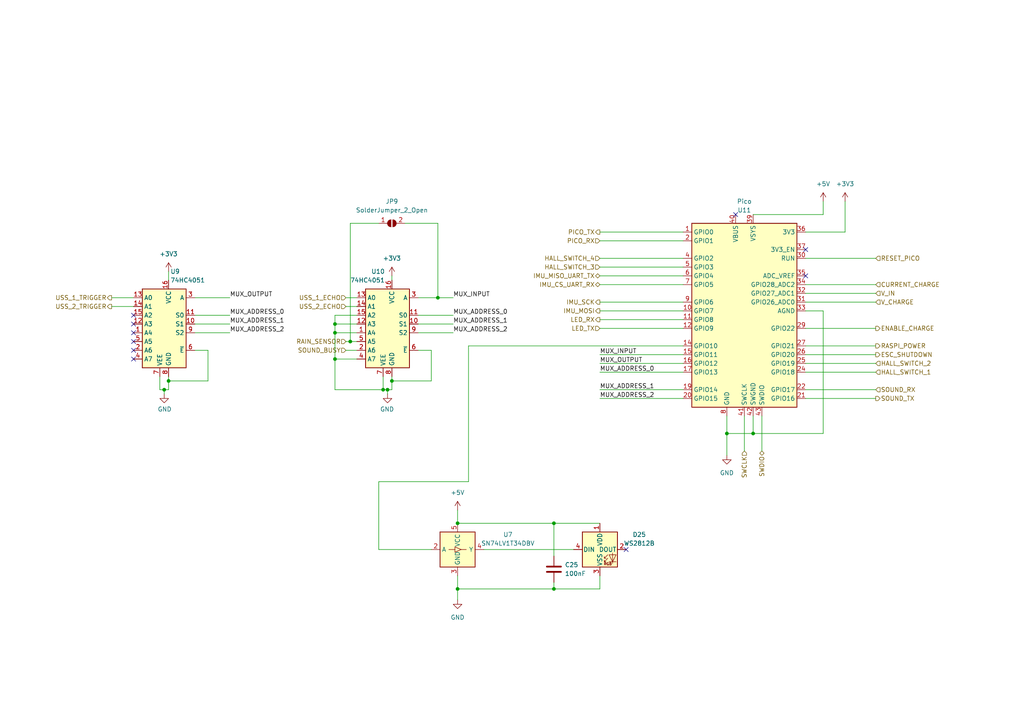
<source format=kicad_sch>
(kicad_sch (version 20230121) (generator eeschema)

  (uuid 559d82f1-24d0-4733-a864-a00adb8e4681)

  (paper "A4")

  (lib_symbols
    (symbol "74xx:74HC4051" (in_bom yes) (on_board yes)
      (property "Reference" "U" (at -5.08 11.43 0)
        (effects (font (size 1.27 1.27)))
      )
      (property "Value" "74HC4051" (at -7.62 -13.97 0)
        (effects (font (size 1.27 1.27)))
      )
      (property "Footprint" "" (at 0 -10.16 0)
        (effects (font (size 1.27 1.27)) hide)
      )
      (property "Datasheet" "http://www.ti.com/lit/ds/symlink/cd74hc4051.pdf" (at 0 -10.16 0)
        (effects (font (size 1.27 1.27)) hide)
      )
      (property "ki_keywords" "HCMOS Multiplexer Demultiplexer Analog" (at 0 0 0)
        (effects (font (size 1.27 1.27)) hide)
      )
      (property "ki_description" "8-channel analog multiplexer/demultiplexer, DIP-16/SOIC-16/TSSOP-16" (at 0 0 0)
        (effects (font (size 1.27 1.27)) hide)
      )
      (property "ki_fp_filters" "DIP*W7.62mm* SOIC*3.9x9.9mm*P1.27mm* SOIC*5.3x10.2mm*P1.27mm* TSSOP*4.4x5mm*P0.65mm*" (at 0 0 0)
        (effects (font (size 1.27 1.27)) hide)
      )
      (symbol "74HC4051_0_1"
        (rectangle (start -5.08 10.16) (end 7.62 -12.7)
          (stroke (width 0.254) (type default))
          (fill (type background))
        )
      )
      (symbol "74HC4051_1_1"
        (pin passive line (at 10.16 -2.54 180) (length 2.54)
          (name "A4" (effects (font (size 1.27 1.27))))
          (number "1" (effects (font (size 1.27 1.27))))
        )
        (pin input line (at -7.62 0 0) (length 2.54)
          (name "S1" (effects (font (size 1.27 1.27))))
          (number "10" (effects (font (size 1.27 1.27))))
        )
        (pin input line (at -7.62 2.54 0) (length 2.54)
          (name "S0" (effects (font (size 1.27 1.27))))
          (number "11" (effects (font (size 1.27 1.27))))
        )
        (pin passive line (at 10.16 0 180) (length 2.54)
          (name "A3" (effects (font (size 1.27 1.27))))
          (number "12" (effects (font (size 1.27 1.27))))
        )
        (pin passive line (at 10.16 7.62 180) (length 2.54)
          (name "A0" (effects (font (size 1.27 1.27))))
          (number "13" (effects (font (size 1.27 1.27))))
        )
        (pin passive line (at 10.16 5.08 180) (length 2.54)
          (name "A1" (effects (font (size 1.27 1.27))))
          (number "14" (effects (font (size 1.27 1.27))))
        )
        (pin passive line (at 10.16 2.54 180) (length 2.54)
          (name "A2" (effects (font (size 1.27 1.27))))
          (number "15" (effects (font (size 1.27 1.27))))
        )
        (pin power_in line (at 0 12.7 270) (length 2.54)
          (name "VCC" (effects (font (size 1.27 1.27))))
          (number "16" (effects (font (size 1.27 1.27))))
        )
        (pin passive line (at 10.16 -7.62 180) (length 2.54)
          (name "A6" (effects (font (size 1.27 1.27))))
          (number "2" (effects (font (size 1.27 1.27))))
        )
        (pin passive line (at -7.62 7.62 0) (length 2.54)
          (name "A" (effects (font (size 1.27 1.27))))
          (number "3" (effects (font (size 1.27 1.27))))
        )
        (pin passive line (at 10.16 -10.16 180) (length 2.54)
          (name "A7" (effects (font (size 1.27 1.27))))
          (number "4" (effects (font (size 1.27 1.27))))
        )
        (pin passive line (at 10.16 -5.08 180) (length 2.54)
          (name "A5" (effects (font (size 1.27 1.27))))
          (number "5" (effects (font (size 1.27 1.27))))
        )
        (pin input line (at -7.62 -7.62 0) (length 2.54)
          (name "~{E}" (effects (font (size 1.27 1.27))))
          (number "6" (effects (font (size 1.27 1.27))))
        )
        (pin power_in line (at 2.54 -15.24 90) (length 2.54)
          (name "VEE" (effects (font (size 1.27 1.27))))
          (number "7" (effects (font (size 1.27 1.27))))
        )
        (pin power_in line (at 0 -15.24 90) (length 2.54)
          (name "GND" (effects (font (size 1.27 1.27))))
          (number "8" (effects (font (size 1.27 1.27))))
        )
        (pin input line (at -7.62 -2.54 0) (length 2.54)
          (name "S2" (effects (font (size 1.27 1.27))))
          (number "9" (effects (font (size 1.27 1.27))))
        )
      )
    )
    (symbol "Device:C" (pin_numbers hide) (pin_names (offset 0.254)) (in_bom yes) (on_board yes)
      (property "Reference" "C" (at 0.635 2.54 0)
        (effects (font (size 1.27 1.27)) (justify left))
      )
      (property "Value" "C" (at 0.635 -2.54 0)
        (effects (font (size 1.27 1.27)) (justify left))
      )
      (property "Footprint" "" (at 0.9652 -3.81 0)
        (effects (font (size 1.27 1.27)) hide)
      )
      (property "Datasheet" "~" (at 0 0 0)
        (effects (font (size 1.27 1.27)) hide)
      )
      (property "ki_keywords" "cap capacitor" (at 0 0 0)
        (effects (font (size 1.27 1.27)) hide)
      )
      (property "ki_description" "Unpolarized capacitor" (at 0 0 0)
        (effects (font (size 1.27 1.27)) hide)
      )
      (property "ki_fp_filters" "C_*" (at 0 0 0)
        (effects (font (size 1.27 1.27)) hide)
      )
      (symbol "C_0_1"
        (polyline
          (pts
            (xy -2.032 -0.762)
            (xy 2.032 -0.762)
          )
          (stroke (width 0.508) (type default))
          (fill (type none))
        )
        (polyline
          (pts
            (xy -2.032 0.762)
            (xy 2.032 0.762)
          )
          (stroke (width 0.508) (type default))
          (fill (type none))
        )
      )
      (symbol "C_1_1"
        (pin passive line (at 0 3.81 270) (length 2.794)
          (name "~" (effects (font (size 1.27 1.27))))
          (number "1" (effects (font (size 1.27 1.27))))
        )
        (pin passive line (at 0 -3.81 90) (length 2.794)
          (name "~" (effects (font (size 1.27 1.27))))
          (number "2" (effects (font (size 1.27 1.27))))
        )
      )
    )
    (symbol "Jumper:SolderJumper_2_Open" (pin_names (offset 0) hide) (in_bom yes) (on_board yes)
      (property "Reference" "JP" (at 0 2.032 0)
        (effects (font (size 1.27 1.27)))
      )
      (property "Value" "SolderJumper_2_Open" (at 0 -2.54 0)
        (effects (font (size 1.27 1.27)))
      )
      (property "Footprint" "" (at 0 0 0)
        (effects (font (size 1.27 1.27)) hide)
      )
      (property "Datasheet" "~" (at 0 0 0)
        (effects (font (size 1.27 1.27)) hide)
      )
      (property "ki_keywords" "solder jumper SPST" (at 0 0 0)
        (effects (font (size 1.27 1.27)) hide)
      )
      (property "ki_description" "Solder Jumper, 2-pole, open" (at 0 0 0)
        (effects (font (size 1.27 1.27)) hide)
      )
      (property "ki_fp_filters" "SolderJumper*Open*" (at 0 0 0)
        (effects (font (size 1.27 1.27)) hide)
      )
      (symbol "SolderJumper_2_Open_0_1"
        (arc (start -0.254 1.016) (mid -1.2656 0) (end -0.254 -1.016)
          (stroke (width 0) (type default))
          (fill (type none))
        )
        (arc (start -0.254 1.016) (mid -1.2656 0) (end -0.254 -1.016)
          (stroke (width 0) (type default))
          (fill (type outline))
        )
        (polyline
          (pts
            (xy -0.254 1.016)
            (xy -0.254 -1.016)
          )
          (stroke (width 0) (type default))
          (fill (type none))
        )
        (polyline
          (pts
            (xy 0.254 1.016)
            (xy 0.254 -1.016)
          )
          (stroke (width 0) (type default))
          (fill (type none))
        )
        (arc (start 0.254 -1.016) (mid 1.2656 0) (end 0.254 1.016)
          (stroke (width 0) (type default))
          (fill (type none))
        )
        (arc (start 0.254 -1.016) (mid 1.2656 0) (end 0.254 1.016)
          (stroke (width 0) (type default))
          (fill (type outline))
        )
      )
      (symbol "SolderJumper_2_Open_1_1"
        (pin passive line (at -3.81 0 0) (length 2.54)
          (name "A" (effects (font (size 1.27 1.27))))
          (number "1" (effects (font (size 1.27 1.27))))
        )
        (pin passive line (at 3.81 0 180) (length 2.54)
          (name "B" (effects (font (size 1.27 1.27))))
          (number "2" (effects (font (size 1.27 1.27))))
        )
      )
    )
    (symbol "LED:WS2812B" (pin_names (offset 0.254)) (in_bom yes) (on_board yes)
      (property "Reference" "D" (at 5.08 5.715 0)
        (effects (font (size 1.27 1.27)) (justify right bottom))
      )
      (property "Value" "WS2812B" (at 1.27 -5.715 0)
        (effects (font (size 1.27 1.27)) (justify left top))
      )
      (property "Footprint" "LED_SMD:LED_WS2812B_PLCC4_5.0x5.0mm_P3.2mm" (at 1.27 -7.62 0)
        (effects (font (size 1.27 1.27)) (justify left top) hide)
      )
      (property "Datasheet" "https://cdn-shop.adafruit.com/datasheets/WS2812B.pdf" (at 2.54 -9.525 0)
        (effects (font (size 1.27 1.27)) (justify left top) hide)
      )
      (property "ki_keywords" "RGB LED NeoPixel addressable" (at 0 0 0)
        (effects (font (size 1.27 1.27)) hide)
      )
      (property "ki_description" "RGB LED with integrated controller" (at 0 0 0)
        (effects (font (size 1.27 1.27)) hide)
      )
      (property "ki_fp_filters" "LED*WS2812*PLCC*5.0x5.0mm*P3.2mm*" (at 0 0 0)
        (effects (font (size 1.27 1.27)) hide)
      )
      (symbol "WS2812B_0_0"
        (text "RGB" (at 2.286 -4.191 0)
          (effects (font (size 0.762 0.762)))
        )
      )
      (symbol "WS2812B_0_1"
        (polyline
          (pts
            (xy 1.27 -3.556)
            (xy 1.778 -3.556)
          )
          (stroke (width 0) (type default))
          (fill (type none))
        )
        (polyline
          (pts
            (xy 1.27 -2.54)
            (xy 1.778 -2.54)
          )
          (stroke (width 0) (type default))
          (fill (type none))
        )
        (polyline
          (pts
            (xy 4.699 -3.556)
            (xy 2.667 -3.556)
          )
          (stroke (width 0) (type default))
          (fill (type none))
        )
        (polyline
          (pts
            (xy 2.286 -2.54)
            (xy 1.27 -3.556)
            (xy 1.27 -3.048)
          )
          (stroke (width 0) (type default))
          (fill (type none))
        )
        (polyline
          (pts
            (xy 2.286 -1.524)
            (xy 1.27 -2.54)
            (xy 1.27 -2.032)
          )
          (stroke (width 0) (type default))
          (fill (type none))
        )
        (polyline
          (pts
            (xy 3.683 -1.016)
            (xy 3.683 -3.556)
            (xy 3.683 -4.064)
          )
          (stroke (width 0) (type default))
          (fill (type none))
        )
        (polyline
          (pts
            (xy 4.699 -1.524)
            (xy 2.667 -1.524)
            (xy 3.683 -3.556)
            (xy 4.699 -1.524)
          )
          (stroke (width 0) (type default))
          (fill (type none))
        )
        (rectangle (start 5.08 5.08) (end -5.08 -5.08)
          (stroke (width 0.254) (type default))
          (fill (type background))
        )
      )
      (symbol "WS2812B_1_1"
        (pin power_in line (at 0 7.62 270) (length 2.54)
          (name "VDD" (effects (font (size 1.27 1.27))))
          (number "1" (effects (font (size 1.27 1.27))))
        )
        (pin output line (at 7.62 0 180) (length 2.54)
          (name "DOUT" (effects (font (size 1.27 1.27))))
          (number "2" (effects (font (size 1.27 1.27))))
        )
        (pin power_in line (at 0 -7.62 90) (length 2.54)
          (name "VSS" (effects (font (size 1.27 1.27))))
          (number "3" (effects (font (size 1.27 1.27))))
        )
        (pin input line (at -7.62 0 0) (length 2.54)
          (name "DIN" (effects (font (size 1.27 1.27))))
          (number "4" (effects (font (size 1.27 1.27))))
        )
      )
    )
    (symbol "Logic_LevelTranslator:SN74LV1T34DBV" (in_bom yes) (on_board yes)
      (property "Reference" "U" (at 5.08 6.35 0)
        (effects (font (size 1.27 1.27)) (justify left))
      )
      (property "Value" "SN74LV1T34DBV" (at 5.08 3.81 0)
        (effects (font (size 1.27 1.27)) (justify left))
      )
      (property "Footprint" "Package_TO_SOT_SMD:SOT-23-5" (at 16.51 -6.35 0)
        (effects (font (size 1.27 1.27)) hide)
      )
      (property "Datasheet" "https://www.ti.com/lit/ds/symlink/sn74lv1t34.pdf" (at -10.16 -5.08 0)
        (effects (font (size 1.27 1.27)) hide)
      )
      (property "ki_keywords" "single buffer level shift" (at 0 0 0)
        (effects (font (size 1.27 1.27)) hide)
      )
      (property "ki_description" "Single Power Supply, Single Buffer GATE, CMOS Logic, Level Shifter, SOT-23-5" (at 0 0 0)
        (effects (font (size 1.27 1.27)) hide)
      )
      (property "ki_fp_filters" "SOT?23*" (at 0 0 0)
        (effects (font (size 1.27 1.27)) hide)
      )
      (symbol "SN74LV1T34DBV_0_1"
        (rectangle (start -5.08 5.08) (end 5.08 -5.08)
          (stroke (width 0.254) (type default))
          (fill (type background))
        )
        (polyline
          (pts
            (xy -0.762 0)
            (xy -2.54 0)
          )
          (stroke (width 0) (type default))
          (fill (type none))
        )
        (polyline
          (pts
            (xy 1.016 0)
            (xy 2.54 0)
          )
          (stroke (width 0) (type default))
          (fill (type none))
        )
      )
      (symbol "SN74LV1T34DBV_1_1"
        (polyline
          (pts
            (xy -0.762 -0.762)
            (xy -0.762 0.762)
            (xy 1.016 0)
            (xy -0.762 -0.762)
          )
          (stroke (width 0) (type default))
          (fill (type none))
        )
        (pin no_connect line (at -5.08 2.54 0) (length 2.54) hide
          (name "NC" (effects (font (size 1.27 1.27))))
          (number "1" (effects (font (size 1.27 1.27))))
        )
        (pin input line (at -7.62 0 0) (length 2.54)
          (name "A" (effects (font (size 1.27 1.27))))
          (number "2" (effects (font (size 1.27 1.27))))
        )
        (pin power_in line (at 0 -7.62 90) (length 2.54)
          (name "GND" (effects (font (size 1.27 1.27))))
          (number "3" (effects (font (size 1.27 1.27))))
        )
        (pin output line (at 7.62 0 180) (length 2.54)
          (name "Y" (effects (font (size 1.27 1.27))))
          (number "4" (effects (font (size 1.27 1.27))))
        )
        (pin power_in line (at 0 7.62 270) (length 2.54)
          (name "VCC" (effects (font (size 1.27 1.27))))
          (number "5" (effects (font (size 1.27 1.27))))
        )
      )
    )
    (symbol "PicoW:RaspberryPi-PicoW" (in_bom yes) (on_board yes)
      (property "Reference" "U11" (at 0 31.75 0)
        (effects (font (size 1.27 1.27)))
      )
      (property "Value" "Pico" (at 0 34.29 0)
        (effects (font (size 1.27 1.27)))
      )
      (property "Footprint" "PicoW:Raspberry_Pi_Pico_SMT_THT" (at 0 5.08 0)
        (effects (font (size 1.27 1.27)) hide)
      )
      (property "Datasheet" "https://datasheets.raspberrypi.com/picow/pico-w-datasheet.pdf" (at 0 -40.64 0)
        (effects (font (size 1.27 1.27)) hide)
      )
      (property "Digikey" "2648-SC0915CT-ND" (at 0 0 0)
        (effects (font (size 1.27 1.27)) hide)
      )
      (property "Part Number" "SC0915" (at 0 0 0)
        (effects (font (size 1.27 1.27)) hide)
      )
      (property "Stock_PN" "U-RP2040-PCB" (at 0 0 0)
        (effects (font (size 1.27 1.27)) hide)
      )
      (property "ki_keywords" "Pico-W RPL RPTL RPi module RP2040 CYW43439 2.4GHz RF radio Wi-Fi WiFi" (at 0 0 0)
        (effects (font (size 1.27 1.27)) hide)
      )
      (property "ki_description" "Raspberry Pi Pico W, RP2040-based microcontroller board with wireless" (at 0 0 0)
        (effects (font (size 1.27 1.27)) hide)
      )
      (property "ki_fp_filters" "Raspberry*Pico* RPi*Pico*" (at 0 0 0)
        (effects (font (size 1.27 1.27)) hide)
      )
      (symbol "RaspberryPi-PicoW_0_1"
        (rectangle (start -15.24 27.94) (end 15.24 -25.4)
          (stroke (width 0.254) (type default))
          (fill (type background))
        )
      )
      (symbol "RaspberryPi-PicoW_1_1"
        (pin bidirectional line (at -17.78 25.4 0) (length 2.54)
          (name "GPIO0" (effects (font (size 1.27 1.27))))
          (number "1" (effects (font (size 1.27 1.27))))
          (alternate "I2C0_SDA" bidirectional line)
          (alternate "PWM0_A" output line)
          (alternate "SPI0_RX" input line)
          (alternate "UART0_TX" output line)
          (alternate "USB_OVCUR_DET" input line)
        )
        (pin bidirectional line (at -17.78 2.54 0) (length 2.54)
          (name "GPIO7" (effects (font (size 1.27 1.27))))
          (number "10" (effects (font (size 1.27 1.27))))
          (alternate "I2C1_SCL" bidirectional line)
          (alternate "PWM3_B" bidirectional line)
          (alternate "SPI0_TX" output line)
          (alternate "USB_VBUS_DET" input line)
          (alternate "~{UART1_RTS}" output line)
        )
        (pin bidirectional line (at -17.78 0 0) (length 2.54)
          (name "GPIO8" (effects (font (size 1.27 1.27))))
          (number "11" (effects (font (size 1.27 1.27))))
          (alternate "I2C0_SDA" bidirectional line)
          (alternate "PWM4_A" output line)
          (alternate "SPI1_RX" input line)
          (alternate "UART1_TX" output line)
          (alternate "USB_VBUS_EN" output line)
        )
        (pin bidirectional line (at -17.78 -2.54 0) (length 2.54)
          (name "GPIO9" (effects (font (size 1.27 1.27))))
          (number "12" (effects (font (size 1.27 1.27))))
          (alternate "I2C0_SCL" bidirectional line)
          (alternate "PWM4_B" bidirectional line)
          (alternate "UART1_RX" input line)
          (alternate "USB_OVCUR_DET" input line)
          (alternate "~{SPI1_CS}" output line)
        )
        (pin passive line (at -5.08 -27.94 90) (length 2.54) hide
          (name "GND" (effects (font (size 1.27 1.27))))
          (number "13" (effects (font (size 1.27 1.27))))
        )
        (pin bidirectional line (at -17.78 -7.62 0) (length 2.54)
          (name "GPIO10" (effects (font (size 1.27 1.27))))
          (number "14" (effects (font (size 1.27 1.27))))
          (alternate "I2C1_SDA" bidirectional line)
          (alternate "PWM5_A" output line)
          (alternate "SPI1_SCK" bidirectional line)
          (alternate "USB_VBUS_DET" input line)
          (alternate "~{UART1_CTS}" input line)
        )
        (pin bidirectional line (at -17.78 -10.16 0) (length 2.54)
          (name "GPIO11" (effects (font (size 1.27 1.27))))
          (number "15" (effects (font (size 1.27 1.27))))
          (alternate "I2C1_SCL" bidirectional line)
          (alternate "PWM5_B" bidirectional line)
          (alternate "SPI1_TX" output line)
          (alternate "USB_VBUS_EN" output line)
          (alternate "~{UART1_RTS}" output line)
        )
        (pin bidirectional line (at -17.78 -12.7 0) (length 2.54)
          (name "GPIO12" (effects (font (size 1.27 1.27))))
          (number "16" (effects (font (size 1.27 1.27))))
          (alternate "I2C0_SDA" bidirectional line)
          (alternate "PWM6_A" output line)
          (alternate "SPI1_RX" input line)
          (alternate "UART0_TX" output line)
          (alternate "USB_OVCUR_DET" input line)
        )
        (pin bidirectional line (at -17.78 -15.24 0) (length 2.54)
          (name "GPIO13" (effects (font (size 1.27 1.27))))
          (number "17" (effects (font (size 1.27 1.27))))
          (alternate "I2C0_SCL" bidirectional line)
          (alternate "PWM6_B" bidirectional line)
          (alternate "UART0_RX" input line)
          (alternate "USB_VBUS_DET" input line)
          (alternate "~{SPI1_CS}" output line)
        )
        (pin passive line (at -5.08 -27.94 90) (length 2.54) hide
          (name "GND" (effects (font (size 1.27 1.27))))
          (number "18" (effects (font (size 1.27 1.27))))
        )
        (pin bidirectional line (at -17.78 -20.32 0) (length 2.54)
          (name "GPIO14" (effects (font (size 1.27 1.27))))
          (number "19" (effects (font (size 1.27 1.27))))
          (alternate "I2C1_SDA" bidirectional line)
          (alternate "PWM7_A" output line)
          (alternate "SPI1_SCK" bidirectional line)
          (alternate "USB_VBUS_EN" output line)
          (alternate "~{UART0_CTS}" input line)
        )
        (pin bidirectional line (at -17.78 22.86 0) (length 2.54)
          (name "GPIO1" (effects (font (size 1.27 1.27))))
          (number "2" (effects (font (size 1.27 1.27))))
          (alternate "I2C0_SCL" bidirectional line)
          (alternate "PWM0_B" bidirectional line)
          (alternate "UART0_RX" input line)
          (alternate "USB_VBUS_DET" input line)
          (alternate "~{SPI0_CS}" output line)
        )
        (pin bidirectional line (at -17.78 -22.86 0) (length 2.54)
          (name "GPIO15" (effects (font (size 1.27 1.27))))
          (number "20" (effects (font (size 1.27 1.27))))
          (alternate "I2C1_SCL" bidirectional line)
          (alternate "PWM7_B" bidirectional line)
          (alternate "SPI1_TX" output line)
          (alternate "USB_OVCUR_DET" input line)
          (alternate "~{UART0_RTS}" output line)
        )
        (pin bidirectional line (at 17.78 -22.86 180) (length 2.54)
          (name "GPIO16" (effects (font (size 1.27 1.27))))
          (number "21" (effects (font (size 1.27 1.27))))
          (alternate "I2C0_SDA" bidirectional line)
          (alternate "PWM0_A" output line)
          (alternate "SPI0_RX" input line)
          (alternate "UART0_TX" output line)
          (alternate "USB_VBUS_DET" input line)
        )
        (pin bidirectional line (at 17.78 -20.32 180) (length 2.54)
          (name "GPIO17" (effects (font (size 1.27 1.27))))
          (number "22" (effects (font (size 1.27 1.27))))
          (alternate "I2C0_SCL" bidirectional line)
          (alternate "PWM0_B" bidirectional line)
          (alternate "UART0_RX" input line)
          (alternate "USB_VBUS_EN" output line)
          (alternate "~{SPI0_CS}" output line)
        )
        (pin passive line (at -5.08 -27.94 90) (length 2.54) hide
          (name "GND" (effects (font (size 1.27 1.27))))
          (number "23" (effects (font (size 1.27 1.27))))
        )
        (pin bidirectional line (at 17.78 -15.24 180) (length 2.54)
          (name "GPIO18" (effects (font (size 1.27 1.27))))
          (number "24" (effects (font (size 1.27 1.27))))
          (alternate "I2C1_SDA" bidirectional line)
          (alternate "PWM1_A" output line)
          (alternate "SPI0_SCK" bidirectional line)
          (alternate "USB_OVCUR_DET" input line)
          (alternate "~{UART0_CTS}" input line)
        )
        (pin bidirectional line (at 17.78 -12.7 180) (length 2.54)
          (name "GPIO19" (effects (font (size 1.27 1.27))))
          (number "25" (effects (font (size 1.27 1.27))))
          (alternate "I2C1_SCL" bidirectional line)
          (alternate "PWM1_B" bidirectional line)
          (alternate "SPI0_TX" output line)
          (alternate "USB_VBUS_DET" input line)
          (alternate "~{UART0_RTS}" output line)
        )
        (pin bidirectional line (at 17.78 -10.16 180) (length 2.54)
          (name "GPIO20" (effects (font (size 1.27 1.27))))
          (number "26" (effects (font (size 1.27 1.27))))
          (alternate "CLOCK_GPIN0" input line)
          (alternate "I2C0_SDA" bidirectional line)
          (alternate "PWM2_A" output line)
          (alternate "SPI0_RX" input line)
          (alternate "UART1_TX" output line)
          (alternate "USB_VBUS_EN" output line)
        )
        (pin bidirectional line (at 17.78 -7.62 180) (length 2.54)
          (name "GPIO21" (effects (font (size 1.27 1.27))))
          (number "27" (effects (font (size 1.27 1.27))))
          (alternate "CLOCK_GPOUT0" output line)
          (alternate "I2C0_SCL" bidirectional line)
          (alternate "PWM2_B" bidirectional line)
          (alternate "UART1_RX" input line)
          (alternate "USB_OVCUR_DET" input line)
          (alternate "~{SPI0_CS}" output line)
        )
        (pin passive line (at -5.08 -27.94 90) (length 2.54) hide
          (name "GND" (effects (font (size 1.27 1.27))))
          (number "28" (effects (font (size 1.27 1.27))))
        )
        (pin bidirectional line (at 17.78 -2.54 180) (length 2.54)
          (name "GPIO22" (effects (font (size 1.27 1.27))))
          (number "29" (effects (font (size 1.27 1.27))))
          (alternate "CLOCK_GPIN1" input line)
          (alternate "I2C1_SDA" bidirectional line)
          (alternate "PWM3_A" output line)
          (alternate "SPI0_SCK" bidirectional line)
          (alternate "USB_VBUS_DET" input line)
          (alternate "~{UART1_CTS}" input line)
        )
        (pin passive line (at -5.08 -27.94 90) (length 2.54) hide
          (name "GND" (effects (font (size 1.27 1.27))))
          (number "3" (effects (font (size 1.27 1.27))))
        )
        (pin input line (at 17.78 17.78 180) (length 2.54)
          (name "RUN" (effects (font (size 1.27 1.27))))
          (number "30" (effects (font (size 1.27 1.27))))
          (alternate "~{RESET}" input line)
        )
        (pin bidirectional line (at 17.78 5.08 180) (length 2.54)
          (name "GPIO26_ADC0" (effects (font (size 1.27 1.27))))
          (number "31" (effects (font (size 1.27 1.27))))
          (alternate "ADC0" input line)
          (alternate "GPIO26" bidirectional line)
          (alternate "I2C1_SDA" bidirectional line)
          (alternate "PWM5_A" output line)
          (alternate "SPI1_SCK" bidirectional line)
          (alternate "USB_VBUS_EN" output line)
          (alternate "~{UART1_CTS}" input line)
        )
        (pin bidirectional line (at 17.78 7.62 180) (length 2.54)
          (name "GPIO27_ADC1" (effects (font (size 1.27 1.27))))
          (number "32" (effects (font (size 1.27 1.27))))
          (alternate "ADC1" input line)
          (alternate "GPIO27" bidirectional line)
          (alternate "I2C1_SCL" bidirectional line)
          (alternate "PWM5_B" bidirectional line)
          (alternate "SPI1_TX" output line)
          (alternate "USB_OVCUR_DET" input line)
          (alternate "~{UART1_RTS}" output line)
        )
        (pin power_in line (at 17.78 2.54 180) (length 2.54)
          (name "AGND" (effects (font (size 1.27 1.27))))
          (number "33" (effects (font (size 1.27 1.27))))
          (alternate "GND" power_in line)
        )
        (pin bidirectional line (at 17.78 10.16 180) (length 2.54)
          (name "GPIO28_ADC2" (effects (font (size 1.27 1.27))))
          (number "34" (effects (font (size 1.27 1.27))))
          (alternate "ADC2" input line)
          (alternate "GPIO28" bidirectional line)
          (alternate "I2C0_SDA" bidirectional line)
          (alternate "PWM6_A" output line)
          (alternate "SPI1_RX" input line)
          (alternate "UART0_TX" output line)
          (alternate "USB_VBUS_DET" input line)
        )
        (pin power_in line (at 17.78 12.7 180) (length 2.54)
          (name "ADC_VREF" (effects (font (size 1.27 1.27))))
          (number "35" (effects (font (size 1.27 1.27))))
        )
        (pin power_out line (at 17.78 25.4 180) (length 2.54)
          (name "3V3" (effects (font (size 1.27 1.27))))
          (number "36" (effects (font (size 1.27 1.27))))
        )
        (pin input line (at 17.78 20.32 180) (length 2.54)
          (name "3V3_EN" (effects (font (size 1.27 1.27))))
          (number "37" (effects (font (size 1.27 1.27))))
        )
        (pin passive line (at -5.08 -27.94 90) (length 2.54) hide
          (name "GND" (effects (font (size 1.27 1.27))))
          (number "38" (effects (font (size 1.27 1.27))))
        )
        (pin power_in line (at 2.54 30.48 270) (length 2.54)
          (name "VSYS" (effects (font (size 1.27 1.27))))
          (number "39" (effects (font (size 1.27 1.27))))
          (alternate "VSYS" power_in line)
        )
        (pin bidirectional line (at -17.78 17.78 0) (length 2.54)
          (name "GPIO2" (effects (font (size 1.27 1.27))))
          (number "4" (effects (font (size 1.27 1.27))))
          (alternate "I2C1_SDA" bidirectional line)
          (alternate "PWM1_A" output line)
          (alternate "SPI0_SCK" bidirectional line)
          (alternate "USB_VBUS_EN" output line)
          (alternate "~{UART0_CTS}" input line)
        )
        (pin power_out line (at -2.54 30.48 270) (length 2.54)
          (name "VBUS" (effects (font (size 1.27 1.27))))
          (number "40" (effects (font (size 1.27 1.27))))
          (alternate "VBUS" power_in line)
        )
        (pin input line (at 0 -27.94 90) (length 2.54)
          (name "SWCLK" (effects (font (size 1.27 1.27))))
          (number "41" (effects (font (size 1.27 1.27))))
        )
        (pin power_in line (at 2.54 -27.94 90) (length 2.54)
          (name "SWGND" (effects (font (size 1.27 1.27))))
          (number "42" (effects (font (size 1.27 1.27))))
          (alternate "GND" power_in line)
        )
        (pin bidirectional line (at 5.08 -27.94 90) (length 2.54)
          (name "SWDIO" (effects (font (size 1.27 1.27))))
          (number "43" (effects (font (size 1.27 1.27))))
        )
        (pin bidirectional line (at -17.78 15.24 0) (length 2.54)
          (name "GPIO3" (effects (font (size 1.27 1.27))))
          (number "5" (effects (font (size 1.27 1.27))))
          (alternate "I2C1_SCL" bidirectional line)
          (alternate "PWM1_B" bidirectional line)
          (alternate "SPI0_TX" output line)
          (alternate "USB_OVCUR_DET" input line)
          (alternate "~{UART0_RTS}" output line)
        )
        (pin bidirectional line (at -17.78 12.7 0) (length 2.54)
          (name "GPIO4" (effects (font (size 1.27 1.27))))
          (number "6" (effects (font (size 1.27 1.27))))
          (alternate "I2C0_SDA" bidirectional line)
          (alternate "PWM2_A" output line)
          (alternate "SPI0_RX" input line)
          (alternate "UART1_TX" output line)
          (alternate "USB_VBUS_DET" input line)
        )
        (pin bidirectional line (at -17.78 10.16 0) (length 2.54)
          (name "GPIO5" (effects (font (size 1.27 1.27))))
          (number "7" (effects (font (size 1.27 1.27))))
          (alternate "I2C0_SCL" bidirectional line)
          (alternate "PWM2_B" bidirectional line)
          (alternate "UART1_RX" input line)
          (alternate "USB_VBUS_EN" output line)
          (alternate "~{SPI0_CS}" output line)
        )
        (pin power_in line (at -5.08 -27.94 90) (length 2.54)
          (name "GND" (effects (font (size 1.27 1.27))))
          (number "8" (effects (font (size 1.27 1.27))))
        )
        (pin bidirectional line (at -17.78 5.08 0) (length 2.54)
          (name "GPIO6" (effects (font (size 1.27 1.27))))
          (number "9" (effects (font (size 1.27 1.27))))
          (alternate "I2C1_SDA" bidirectional line)
          (alternate "PWM3_A" output line)
          (alternate "SPI0_SCK" bidirectional line)
          (alternate "USB_OVCUR_DET" input line)
          (alternate "~{UART1_CTS}" input line)
        )
      )
    )
    (symbol "power:+3.3V" (power) (pin_names (offset 0)) (in_bom yes) (on_board yes)
      (property "Reference" "#PWR" (at 0 -3.81 0)
        (effects (font (size 1.27 1.27)) hide)
      )
      (property "Value" "+3.3V" (at 0 3.556 0)
        (effects (font (size 1.27 1.27)))
      )
      (property "Footprint" "" (at 0 0 0)
        (effects (font (size 1.27 1.27)) hide)
      )
      (property "Datasheet" "" (at 0 0 0)
        (effects (font (size 1.27 1.27)) hide)
      )
      (property "ki_keywords" "power-flag" (at 0 0 0)
        (effects (font (size 1.27 1.27)) hide)
      )
      (property "ki_description" "Power symbol creates a global label with name \"+3.3V\"" (at 0 0 0)
        (effects (font (size 1.27 1.27)) hide)
      )
      (symbol "+3.3V_0_1"
        (polyline
          (pts
            (xy -0.762 1.27)
            (xy 0 2.54)
          )
          (stroke (width 0) (type default))
          (fill (type none))
        )
        (polyline
          (pts
            (xy 0 0)
            (xy 0 2.54)
          )
          (stroke (width 0) (type default))
          (fill (type none))
        )
        (polyline
          (pts
            (xy 0 2.54)
            (xy 0.762 1.27)
          )
          (stroke (width 0) (type default))
          (fill (type none))
        )
      )
      (symbol "+3.3V_1_1"
        (pin power_in line (at 0 0 90) (length 0) hide
          (name "+3V3" (effects (font (size 1.27 1.27))))
          (number "1" (effects (font (size 1.27 1.27))))
        )
      )
    )
    (symbol "power:+5V" (power) (pin_names (offset 0)) (in_bom yes) (on_board yes)
      (property "Reference" "#PWR" (at 0 -3.81 0)
        (effects (font (size 1.27 1.27)) hide)
      )
      (property "Value" "+5V" (at 0 3.556 0)
        (effects (font (size 1.27 1.27)))
      )
      (property "Footprint" "" (at 0 0 0)
        (effects (font (size 1.27 1.27)) hide)
      )
      (property "Datasheet" "" (at 0 0 0)
        (effects (font (size 1.27 1.27)) hide)
      )
      (property "ki_keywords" "power-flag" (at 0 0 0)
        (effects (font (size 1.27 1.27)) hide)
      )
      (property "ki_description" "Power symbol creates a global label with name \"+5V\"" (at 0 0 0)
        (effects (font (size 1.27 1.27)) hide)
      )
      (symbol "+5V_0_1"
        (polyline
          (pts
            (xy -0.762 1.27)
            (xy 0 2.54)
          )
          (stroke (width 0) (type default))
          (fill (type none))
        )
        (polyline
          (pts
            (xy 0 0)
            (xy 0 2.54)
          )
          (stroke (width 0) (type default))
          (fill (type none))
        )
        (polyline
          (pts
            (xy 0 2.54)
            (xy 0.762 1.27)
          )
          (stroke (width 0) (type default))
          (fill (type none))
        )
      )
      (symbol "+5V_1_1"
        (pin power_in line (at 0 0 90) (length 0) hide
          (name "+5V" (effects (font (size 1.27 1.27))))
          (number "1" (effects (font (size 1.27 1.27))))
        )
      )
    )
    (symbol "power:GND" (power) (pin_names (offset 0)) (in_bom yes) (on_board yes)
      (property "Reference" "#PWR" (at 0 -6.35 0)
        (effects (font (size 1.27 1.27)) hide)
      )
      (property "Value" "GND" (at 0 -3.81 0)
        (effects (font (size 1.27 1.27)))
      )
      (property "Footprint" "" (at 0 0 0)
        (effects (font (size 1.27 1.27)) hide)
      )
      (property "Datasheet" "" (at 0 0 0)
        (effects (font (size 1.27 1.27)) hide)
      )
      (property "ki_keywords" "power-flag" (at 0 0 0)
        (effects (font (size 1.27 1.27)) hide)
      )
      (property "ki_description" "Power symbol creates a global label with name \"GND\" , ground" (at 0 0 0)
        (effects (font (size 1.27 1.27)) hide)
      )
      (symbol "GND_0_1"
        (polyline
          (pts
            (xy 0 0)
            (xy 0 -1.27)
            (xy 1.27 -1.27)
            (xy 0 -2.54)
            (xy -1.27 -1.27)
            (xy 0 -1.27)
          )
          (stroke (width 0) (type default))
          (fill (type none))
        )
      )
      (symbol "GND_1_1"
        (pin power_in line (at 0 0 270) (length 0) hide
          (name "GND" (effects (font (size 1.27 1.27))))
          (number "1" (effects (font (size 1.27 1.27))))
        )
      )
    )
  )

  (junction (at 97.155 96.52) (diameter 0) (color 0 0 0 0)
    (uuid 179aba27-cbcb-4d02-9f96-189e0e4613bf)
  )
  (junction (at 160.655 170.815) (diameter 0) (color 0 0 0 0)
    (uuid 1c8586f2-1035-4327-a65e-beff1cc25c2b)
  )
  (junction (at 101.6 99.06) (diameter 0) (color 0 0 0 0)
    (uuid 3d32c17b-d994-40a8-b331-ec68b3ad82b9)
  )
  (junction (at 112.395 113.03) (diameter 0) (color 0 0 0 0)
    (uuid 3f9e240e-a0df-47bf-b1e9-d305fd65b40d)
  )
  (junction (at 111.125 113.03) (diameter 0) (color 0 0 0 0)
    (uuid 525ce620-0c3e-4681-b4c1-a6d01e225089)
  )
  (junction (at 127 86.36) (diameter 0) (color 0 0 0 0)
    (uuid 54b749eb-6cbb-4e5a-a91d-a4b0f441aee7)
  )
  (junction (at 113.665 110.49) (diameter 0) (color 0 0 0 0)
    (uuid 580e5b05-15fd-4844-a9a4-0ca64d1362ec)
  )
  (junction (at 48.895 110.49) (diameter 0) (color 0 0 0 0)
    (uuid 6478f963-05b2-49ef-937a-020a770ec2bc)
  )
  (junction (at 97.155 104.14) (diameter 0) (color 0 0 0 0)
    (uuid 7ce5d4fc-bcf4-4c88-8266-69190afcca08)
  )
  (junction (at 218.44 125.73) (diameter 0) (color 0 0 0 0)
    (uuid 81ab55b8-a1d9-45dc-963c-4df1bfffab15)
  )
  (junction (at 47.625 113.03) (diameter 0) (color 0 0 0 0)
    (uuid 8242a716-3895-445a-b2c1-ec6e5a82e0b2)
  )
  (junction (at 132.715 151.765) (diameter 0) (color 0 0 0 0)
    (uuid 8df794cb-9f81-4d22-832b-5ba35bcad49f)
  )
  (junction (at 160.655 151.765) (diameter 0) (color 0 0 0 0)
    (uuid 9f4f0e59-f77c-466f-801e-83ef7810ae53)
  )
  (junction (at 210.82 125.73) (diameter 0) (color 0 0 0 0)
    (uuid d84a00d6-df12-42da-aaa8-8a612ebb3ed2)
  )
  (junction (at 132.715 170.815) (diameter 0) (color 0 0 0 0)
    (uuid ede116a5-7fed-46f3-9492-92d580e3ebef)
  )
  (junction (at 97.155 93.98) (diameter 0) (color 0 0 0 0)
    (uuid f4953ec7-5956-4919-a319-4ad980e1ccc8)
  )

  (no_connect (at 213.36 62.23) (uuid 23a6e164-0f1a-45ec-a919-fc2047a28cf8))
  (no_connect (at 181.61 159.385) (uuid 242c9bac-a987-4a0b-b861-93be7a0ea205))
  (no_connect (at 38.735 99.06) (uuid 556ef534-0f07-4d81-876f-b06c5ce2d0fd))
  (no_connect (at 38.735 104.14) (uuid 556ef534-0f07-4d81-876f-b06c5ce2d0fe))
  (no_connect (at 38.735 101.6) (uuid 556ef534-0f07-4d81-876f-b06c5ce2d0ff))
  (no_connect (at 38.735 91.44) (uuid a934f2f2-1154-46e2-931e-634f220b81fc))
  (no_connect (at 233.68 80.01) (uuid cc7d682f-f203-4d29-87cd-657c3fc8b1a4))
  (no_connect (at 233.68 72.39) (uuid cc7d682f-f203-4d29-87cd-657c3fc8b1a5))
  (no_connect (at 38.735 96.52) (uuid d12e4cd0-f599-433e-b1b5-283af296b863))
  (no_connect (at 38.735 93.98) (uuid da0fd7d5-ffc3-4590-86a3-3aff6e205128))

  (wire (pts (xy 97.155 93.98) (xy 103.505 93.98))
    (stroke (width 0) (type default))
    (uuid 044d297a-6be3-434b-bf23-db253da00d1d)
  )
  (wire (pts (xy 173.99 87.63) (xy 198.12 87.63))
    (stroke (width 0) (type default))
    (uuid 049a9885-32cb-4587-9c41-ee81d9e709d7)
  )
  (wire (pts (xy 173.99 95.25) (xy 198.12 95.25))
    (stroke (width 0) (type default))
    (uuid 0797bc66-10a6-4097-a4ad-e93479bbc9c9)
  )
  (wire (pts (xy 233.68 113.03) (xy 254 113.03))
    (stroke (width 0) (type default))
    (uuid 08aa0810-5ea7-4c16-a305-2e36ecad12d0)
  )
  (wire (pts (xy 233.68 67.31) (xy 245.11 67.31))
    (stroke (width 0) (type default))
    (uuid 09a978d0-8d42-486d-a3ad-9ce88f0c0666)
  )
  (wire (pts (xy 127 86.36) (xy 131.445 86.36))
    (stroke (width 0) (type default))
    (uuid 09ed2fd0-0289-4001-884c-b3653ab06433)
  )
  (wire (pts (xy 113.665 109.22) (xy 113.665 110.49))
    (stroke (width 0) (type default))
    (uuid 0b0ac47c-7f6d-44d0-93d5-9f36f3f468b4)
  )
  (wire (pts (xy 233.68 82.55) (xy 254 82.55))
    (stroke (width 0) (type default))
    (uuid 0b450ad9-ca75-4cfc-a73f-d80a4ba28454)
  )
  (wire (pts (xy 97.155 104.14) (xy 97.155 113.03))
    (stroke (width 0) (type default))
    (uuid 0b764eb7-611e-4663-b218-d3c8b13ace11)
  )
  (wire (pts (xy 173.99 115.57) (xy 198.12 115.57))
    (stroke (width 0) (type default))
    (uuid 1053a486-12a2-421c-9343-de7ab858207c)
  )
  (wire (pts (xy 56.515 86.36) (xy 66.675 86.36))
    (stroke (width 0) (type default))
    (uuid 16cf7022-66c2-4682-8510-ee16e936fabc)
  )
  (wire (pts (xy 109.855 159.385) (xy 125.095 159.385))
    (stroke (width 0) (type default))
    (uuid 171112b4-181b-4edc-b4b9-b5cebfc6e663)
  )
  (wire (pts (xy 233.68 102.87) (xy 254 102.87))
    (stroke (width 0) (type default))
    (uuid 1976523e-9cec-4bf1-b32f-73f24591333a)
  )
  (wire (pts (xy 245.11 58.42) (xy 245.11 67.31))
    (stroke (width 0) (type default))
    (uuid 1998fa2d-d003-41f2-8cf5-07fae805b545)
  )
  (wire (pts (xy 100.33 86.36) (xy 103.505 86.36))
    (stroke (width 0) (type default))
    (uuid 1a89ec35-ca0a-4894-a003-cc97106bcf3b)
  )
  (wire (pts (xy 47.625 113.03) (xy 48.895 113.03))
    (stroke (width 0) (type default))
    (uuid 208e2e73-cc7c-4f19-adf0-1aa3ff931bef)
  )
  (wire (pts (xy 56.515 101.6) (xy 60.325 101.6))
    (stroke (width 0) (type default))
    (uuid 20a5c48b-ef8e-471c-b43b-8c6fe82414ca)
  )
  (wire (pts (xy 140.335 159.385) (xy 166.37 159.385))
    (stroke (width 0) (type default))
    (uuid 22756b82-ad8c-451c-9c2f-404168998f41)
  )
  (wire (pts (xy 173.99 151.765) (xy 160.655 151.765))
    (stroke (width 0) (type default))
    (uuid 24f54667-8cd5-409a-844a-9afae2678d8f)
  )
  (wire (pts (xy 48.895 110.49) (xy 48.895 109.22))
    (stroke (width 0) (type default))
    (uuid 265ced2d-64bc-45d4-8001-04989f2928d8)
  )
  (wire (pts (xy 233.68 85.09) (xy 254 85.09))
    (stroke (width 0) (type default))
    (uuid 2750350d-0e0c-470a-9261-38bb1b7e5066)
  )
  (wire (pts (xy 109.855 139.7) (xy 109.855 159.385))
    (stroke (width 0) (type default))
    (uuid 29e5d9f4-3c76-44e4-8a64-e42d3afbea0f)
  )
  (wire (pts (xy 160.655 170.815) (xy 173.99 170.815))
    (stroke (width 0) (type default))
    (uuid 2b1116b0-d152-46a1-bc40-4e5084a1507d)
  )
  (wire (pts (xy 97.155 93.98) (xy 97.155 96.52))
    (stroke (width 0) (type default))
    (uuid 2d978253-8a36-4d40-9706-7f875c841c85)
  )
  (wire (pts (xy 47.625 113.03) (xy 47.625 114.3))
    (stroke (width 0) (type default))
    (uuid 306f3f7d-9fbd-448e-82bc-905bc1a1c3f3)
  )
  (wire (pts (xy 132.715 167.005) (xy 132.715 170.815))
    (stroke (width 0) (type default))
    (uuid 313bee46-f8c9-4716-83e9-8c14a0e89767)
  )
  (wire (pts (xy 160.655 151.765) (xy 160.655 161.29))
    (stroke (width 0) (type default))
    (uuid 3367355a-1fc1-4665-9a87-d21c918fb8ea)
  )
  (wire (pts (xy 103.505 104.14) (xy 97.155 104.14))
    (stroke (width 0) (type default))
    (uuid 33700878-2616-4123-b15a-ba2500f761b4)
  )
  (wire (pts (xy 173.99 105.41) (xy 198.12 105.41))
    (stroke (width 0) (type default))
    (uuid 34ae7556-4ed7-4cdc-9912-59df7d57455c)
  )
  (wire (pts (xy 215.9 120.65) (xy 215.9 130.81))
    (stroke (width 0) (type default))
    (uuid 3570878e-89c1-4a7c-96c1-70d81086a3a9)
  )
  (wire (pts (xy 160.655 151.765) (xy 132.715 151.765))
    (stroke (width 0) (type default))
    (uuid 36994604-cfb6-4992-b136-23cdd6bcd364)
  )
  (wire (pts (xy 233.68 90.17) (xy 238.76 90.17))
    (stroke (width 0) (type default))
    (uuid 3d4b1a9a-e2e7-4b5c-9079-41421aecf2c6)
  )
  (wire (pts (xy 60.325 101.6) (xy 60.325 110.49))
    (stroke (width 0) (type default))
    (uuid 40233afb-11b0-42e8-b2d7-83a41d2d50be)
  )
  (wire (pts (xy 101.6 99.06) (xy 100.33 99.06))
    (stroke (width 0) (type default))
    (uuid 41af95ec-2b7c-40c3-9e7e-0c0b18d72d2c)
  )
  (wire (pts (xy 127 64.77) (xy 127 86.36))
    (stroke (width 0) (type default))
    (uuid 4d354041-9d51-46f1-a4f1-c4cb6a6b9fd8)
  )
  (wire (pts (xy 113.665 110.49) (xy 113.665 113.03))
    (stroke (width 0) (type default))
    (uuid 553438fc-a725-4280-8d6a-919452cabdf2)
  )
  (wire (pts (xy 173.99 113.03) (xy 198.12 113.03))
    (stroke (width 0) (type default))
    (uuid 59a5c230-5b9f-4d7e-8810-b681be13ff57)
  )
  (wire (pts (xy 233.68 74.93) (xy 254 74.93))
    (stroke (width 0) (type default))
    (uuid 5ab0f247-35bb-423d-9f40-4778a3ff8fb1)
  )
  (wire (pts (xy 32.385 88.9) (xy 38.735 88.9))
    (stroke (width 0) (type default))
    (uuid 5b71c6d4-7501-4c34-b54d-e8d2216fb2bb)
  )
  (wire (pts (xy 233.68 105.41) (xy 254 105.41))
    (stroke (width 0) (type default))
    (uuid 5e33e8a6-2fbf-4f7a-92b4-e2f81ebeca29)
  )
  (wire (pts (xy 100.33 101.6) (xy 103.505 101.6))
    (stroke (width 0) (type default))
    (uuid 5f41af6d-ceaf-4d88-9f2f-5324269b4170)
  )
  (wire (pts (xy 48.895 78.74) (xy 48.895 81.28))
    (stroke (width 0) (type default))
    (uuid 62f4af93-dc68-43df-b0b7-662f261caf46)
  )
  (wire (pts (xy 100.33 88.9) (xy 103.505 88.9))
    (stroke (width 0) (type default))
    (uuid 65cab727-16f4-4260-b7de-5c688b677bfa)
  )
  (wire (pts (xy 173.99 69.85) (xy 198.12 69.85))
    (stroke (width 0) (type default))
    (uuid 69e2413c-3c18-405f-95bb-102441c41b90)
  )
  (wire (pts (xy 135.89 100.33) (xy 135.89 139.7))
    (stroke (width 0) (type default))
    (uuid 6bace209-b30d-44bc-b435-a4b4bfa4d781)
  )
  (wire (pts (xy 198.12 82.55) (xy 173.99 82.55))
    (stroke (width 0) (type default))
    (uuid 6cf0919c-4e11-4059-af75-f8118b2b0e3e)
  )
  (wire (pts (xy 233.68 115.57) (xy 254 115.57))
    (stroke (width 0) (type default))
    (uuid 6d3ef350-9e3e-4a13-b0bb-50322a3cd7bb)
  )
  (wire (pts (xy 32.385 86.36) (xy 38.735 86.36))
    (stroke (width 0) (type default))
    (uuid 6f27ac9c-2fe3-4937-8a03-4e8d4ee7c920)
  )
  (wire (pts (xy 113.665 80.01) (xy 113.665 81.28))
    (stroke (width 0) (type default))
    (uuid 6f99ee9a-51bc-40f4-820e-9fe49f29d0bd)
  )
  (wire (pts (xy 210.82 125.73) (xy 210.82 132.08))
    (stroke (width 0) (type default))
    (uuid 715b40d7-b48a-449a-9579-2781f0d75859)
  )
  (wire (pts (xy 109.855 64.77) (xy 101.6 64.77))
    (stroke (width 0) (type default))
    (uuid 7381ab2e-6d42-4641-aba8-1522f4154fae)
  )
  (wire (pts (xy 97.155 113.03) (xy 111.125 113.03))
    (stroke (width 0) (type default))
    (uuid 7417cb06-7e9d-4868-94eb-11265456d5f9)
  )
  (wire (pts (xy 56.515 93.98) (xy 66.675 93.98))
    (stroke (width 0) (type default))
    (uuid 746444b3-6c9d-4d67-b164-4f932f5badb0)
  )
  (wire (pts (xy 46.355 113.03) (xy 47.625 113.03))
    (stroke (width 0) (type default))
    (uuid 775dcd91-6570-4eae-9d4e-9e61c22da384)
  )
  (wire (pts (xy 117.475 64.77) (xy 127 64.77))
    (stroke (width 0) (type default))
    (uuid 77ae7669-ba28-4653-b9f3-d132dcd4378a)
  )
  (wire (pts (xy 112.395 113.03) (xy 112.395 114.3))
    (stroke (width 0) (type default))
    (uuid 797ec1ec-6173-4228-8df1-ce9b99dcc0f5)
  )
  (wire (pts (xy 173.99 77.47) (xy 198.12 77.47))
    (stroke (width 0) (type default))
    (uuid 7a6a8cb5-5575-4105-9510-066555129b61)
  )
  (wire (pts (xy 111.125 113.03) (xy 111.125 109.22))
    (stroke (width 0) (type default))
    (uuid 7ff01d53-234b-4097-a221-a624cf84d184)
  )
  (wire (pts (xy 97.155 91.44) (xy 97.155 93.98))
    (stroke (width 0) (type default))
    (uuid 82dcc2d6-2b76-49c1-8255-c48daccf186b)
  )
  (wire (pts (xy 60.325 110.49) (xy 48.895 110.49))
    (stroke (width 0) (type default))
    (uuid 85108fe1-29f0-48a9-baf4-13a88645799f)
  )
  (wire (pts (xy 238.76 58.42) (xy 238.76 62.23))
    (stroke (width 0) (type default))
    (uuid 87072df2-7a3d-4092-9853-63f3d6d1292c)
  )
  (wire (pts (xy 121.285 93.98) (xy 131.445 93.98))
    (stroke (width 0) (type default))
    (uuid 895796f9-2a35-4b90-a2dd-d71d36bfb5af)
  )
  (wire (pts (xy 125.095 110.49) (xy 113.665 110.49))
    (stroke (width 0) (type default))
    (uuid 8f541440-576b-4f3a-a92a-9736f9392fa3)
  )
  (wire (pts (xy 173.99 67.31) (xy 198.12 67.31))
    (stroke (width 0) (type default))
    (uuid 903795da-8d77-49d7-8c2c-04e19c29ca6a)
  )
  (wire (pts (xy 46.355 109.22) (xy 46.355 113.03))
    (stroke (width 0) (type default))
    (uuid 90b9427a-ebb4-4250-8c5a-7a469bdfef3c)
  )
  (wire (pts (xy 233.68 87.63) (xy 254 87.63))
    (stroke (width 0) (type default))
    (uuid 9dd74ea7-f0e1-4044-80b5-b0ed812d7847)
  )
  (wire (pts (xy 233.68 107.95) (xy 254 107.95))
    (stroke (width 0) (type default))
    (uuid 9f9f1997-c7f6-49e7-b266-c7599e85a121)
  )
  (wire (pts (xy 56.515 96.52) (xy 66.675 96.52))
    (stroke (width 0) (type default))
    (uuid 9fbaf0d5-9d7f-4dd7-be2c-3d23f4ff39b6)
  )
  (wire (pts (xy 97.155 96.52) (xy 97.155 104.14))
    (stroke (width 0) (type default))
    (uuid 9fc7ca42-020f-49e5-b11f-04941a26de33)
  )
  (wire (pts (xy 48.895 113.03) (xy 48.895 110.49))
    (stroke (width 0) (type default))
    (uuid a0d519f6-1cc2-4f3f-9956-6e1dc791cd56)
  )
  (wire (pts (xy 113.665 113.03) (xy 112.395 113.03))
    (stroke (width 0) (type default))
    (uuid a10032d1-b72e-439b-ad6d-1285b68a925d)
  )
  (wire (pts (xy 220.98 120.65) (xy 220.98 130.81))
    (stroke (width 0) (type default))
    (uuid a5693c70-7dfa-4f61-af65-5de6847d2348)
  )
  (wire (pts (xy 121.285 91.44) (xy 131.445 91.44))
    (stroke (width 0) (type default))
    (uuid a56a2252-1885-4e20-b0e9-4d965f7484bb)
  )
  (wire (pts (xy 173.99 167.005) (xy 173.99 170.815))
    (stroke (width 0) (type default))
    (uuid a8727cba-1b85-45e0-a6d2-c8144bfa53cc)
  )
  (wire (pts (xy 173.99 92.71) (xy 198.12 92.71))
    (stroke (width 0) (type default))
    (uuid ab364839-9ae3-4012-ba04-32c0ea0e5e94)
  )
  (wire (pts (xy 238.76 62.23) (xy 218.44 62.23))
    (stroke (width 0) (type default))
    (uuid ac178826-9ee1-4b14-a74b-244015435a73)
  )
  (wire (pts (xy 101.6 64.77) (xy 101.6 99.06))
    (stroke (width 0) (type default))
    (uuid ae92783d-35ff-4bca-9eab-f0ac61bf7f97)
  )
  (wire (pts (xy 173.99 102.87) (xy 198.12 102.87))
    (stroke (width 0) (type default))
    (uuid afd415bd-805d-42ff-a553-e601ed3f1205)
  )
  (wire (pts (xy 198.12 80.01) (xy 173.99 80.01))
    (stroke (width 0) (type default))
    (uuid b060a474-38ea-4e29-bdea-e7c994ff3e94)
  )
  (wire (pts (xy 132.715 147.955) (xy 132.715 151.765))
    (stroke (width 0) (type default))
    (uuid b5748606-691a-4c29-85c7-c44dc800c9be)
  )
  (wire (pts (xy 254 100.33) (xy 233.68 100.33))
    (stroke (width 0) (type default))
    (uuid b983b66e-eed5-4c32-ac90-d60ced569b10)
  )
  (wire (pts (xy 238.76 125.73) (xy 218.44 125.73))
    (stroke (width 0) (type default))
    (uuid ba32a881-a4d5-4a81-9fa4-3dc0725025dd)
  )
  (wire (pts (xy 135.89 139.7) (xy 109.855 139.7))
    (stroke (width 0) (type default))
    (uuid ba873e95-3191-47f6-9a07-6f9b3458e4c4)
  )
  (wire (pts (xy 103.505 91.44) (xy 97.155 91.44))
    (stroke (width 0) (type default))
    (uuid bcff925b-99c5-493a-8e10-cf2570b2f716)
  )
  (wire (pts (xy 121.285 101.6) (xy 125.095 101.6))
    (stroke (width 0) (type default))
    (uuid bd04c989-6fa7-4169-9263-e6c1af1f299e)
  )
  (wire (pts (xy 125.095 101.6) (xy 125.095 110.49))
    (stroke (width 0) (type default))
    (uuid c04fd87f-4ef2-46ff-8a4d-35a3e0e4dfeb)
  )
  (wire (pts (xy 198.12 100.33) (xy 135.89 100.33))
    (stroke (width 0) (type default))
    (uuid c0891efc-f788-44d6-b6e3-660725a79bdd)
  )
  (wire (pts (xy 173.99 74.93) (xy 198.12 74.93))
    (stroke (width 0) (type default))
    (uuid cae9e9c8-bede-4aa9-830c-cb3b00617c19)
  )
  (wire (pts (xy 103.505 99.06) (xy 101.6 99.06))
    (stroke (width 0) (type default))
    (uuid cdd96b7e-e510-46dd-ab3c-079ce7cc9a60)
  )
  (wire (pts (xy 254 95.25) (xy 233.68 95.25))
    (stroke (width 0) (type default))
    (uuid d10ca1b7-dfa3-4313-9391-c2909120cc71)
  )
  (wire (pts (xy 160.655 168.91) (xy 160.655 170.815))
    (stroke (width 0) (type default))
    (uuid d33f3abc-80e5-4d7e-92f5-b9f77902909f)
  )
  (wire (pts (xy 132.715 170.815) (xy 160.655 170.815))
    (stroke (width 0) (type default))
    (uuid d573f806-1e44-410e-9f1c-78f2e6aef705)
  )
  (wire (pts (xy 173.99 90.17) (xy 198.12 90.17))
    (stroke (width 0) (type default))
    (uuid d8156765-f63c-45da-964b-e6546a549df2)
  )
  (wire (pts (xy 121.285 86.36) (xy 127 86.36))
    (stroke (width 0) (type default))
    (uuid e0f1d94e-9a76-4f5d-8135-21cc2fe55acc)
  )
  (wire (pts (xy 132.715 170.815) (xy 132.715 173.99))
    (stroke (width 0) (type default))
    (uuid e1318d7e-d185-4ed2-aca5-df55ab8b2b2f)
  )
  (wire (pts (xy 56.515 91.44) (xy 66.675 91.44))
    (stroke (width 0) (type default))
    (uuid e76c5b67-babf-467d-97c9-e2dcc2eaf100)
  )
  (wire (pts (xy 210.82 120.65) (xy 210.82 125.73))
    (stroke (width 0) (type default))
    (uuid e7cc4e13-3780-48fe-b952-0184002b5301)
  )
  (wire (pts (xy 238.76 90.17) (xy 238.76 125.73))
    (stroke (width 0) (type default))
    (uuid ec302211-ecad-4215-a2a6-8e7058271a28)
  )
  (wire (pts (xy 210.82 125.73) (xy 218.44 125.73))
    (stroke (width 0) (type default))
    (uuid f0fc58ec-43f2-4ba7-847e-c69cafc17a7e)
  )
  (wire (pts (xy 111.125 113.03) (xy 112.395 113.03))
    (stroke (width 0) (type default))
    (uuid f1705418-69bc-49f4-81f2-3959b8dd5d6c)
  )
  (wire (pts (xy 97.155 96.52) (xy 103.505 96.52))
    (stroke (width 0) (type default))
    (uuid f408428a-9efb-4e70-90c8-be5f2dfaa577)
  )
  (wire (pts (xy 218.44 125.73) (xy 218.44 120.65))
    (stroke (width 0) (type default))
    (uuid f6a7b102-4138-4750-8282-cde159298429)
  )
  (wire (pts (xy 121.285 96.52) (xy 131.445 96.52))
    (stroke (width 0) (type default))
    (uuid fa5aed85-6588-4bcb-a923-bbc7d2d89474)
  )
  (wire (pts (xy 173.99 107.95) (xy 198.12 107.95))
    (stroke (width 0) (type default))
    (uuid fb4da90b-939a-4527-81ef-9a4485280fe2)
  )

  (label "MUX_ADDRESS_0" (at 173.99 107.95 0) (fields_autoplaced)
    (effects (font (size 1.27 1.27)) (justify left bottom))
    (uuid 032958d0-cc53-48d2-879c-1ca150ddc454)
  )
  (label "MUX_OUTPUT" (at 66.675 86.36 0) (fields_autoplaced)
    (effects (font (size 1.27 1.27)) (justify left bottom))
    (uuid 0dc10753-515b-475a-a51f-994536f4e819)
  )
  (label "MUX_ADDRESS_2" (at 131.445 96.52 0) (fields_autoplaced)
    (effects (font (size 1.27 1.27)) (justify left bottom))
    (uuid 28b77a10-a387-4077-8807-f44694875326)
  )
  (label "MUX_ADDRESS_0" (at 131.445 91.44 0) (fields_autoplaced)
    (effects (font (size 1.27 1.27)) (justify left bottom))
    (uuid 509f8906-652e-4e5b-a57c-daa3a2e75ab6)
  )
  (label "MUX_ADDRESS_0" (at 66.675 91.44 0) (fields_autoplaced)
    (effects (font (size 1.27 1.27)) (justify left bottom))
    (uuid 59a9f351-54a1-4b8a-8731-f6d73a73e629)
  )
  (label "MUX_ADDRESS_2" (at 66.675 96.52 0) (fields_autoplaced)
    (effects (font (size 1.27 1.27)) (justify left bottom))
    (uuid 6b6713e0-d269-4e47-8e91-cb4bd6ca6b30)
  )
  (label "MUX_INPUT" (at 131.445 86.36 0) (fields_autoplaced)
    (effects (font (size 1.27 1.27)) (justify left bottom))
    (uuid 6db30a16-d87d-4282-bb86-d554b9589750)
  )
  (label "MUX_OUTPUT" (at 173.99 105.41 0) (fields_autoplaced)
    (effects (font (size 1.27 1.27)) (justify left bottom))
    (uuid 99dde49e-265f-43db-9a4d-840bca2e6b9f)
  )
  (label "MUX_ADDRESS_2" (at 173.99 115.57 0) (fields_autoplaced)
    (effects (font (size 1.27 1.27)) (justify left bottom))
    (uuid 9f524d79-92eb-4567-a0fd-13a70f40cff8)
  )
  (label "MUX_INPUT" (at 173.99 102.87 0) (fields_autoplaced)
    (effects (font (size 1.27 1.27)) (justify left bottom))
    (uuid afad3d9c-dcf5-425f-96a6-8d5041708272)
  )
  (label "MUX_ADDRESS_1" (at 173.99 113.03 0) (fields_autoplaced)
    (effects (font (size 1.27 1.27)) (justify left bottom))
    (uuid afd3c6bf-0418-4c33-af95-be88dc57649b)
  )
  (label "MUX_ADDRESS_1" (at 66.675 93.98 0) (fields_autoplaced)
    (effects (font (size 1.27 1.27)) (justify left bottom))
    (uuid bef950bd-cc3d-4404-9a8e-8831a3ddacf1)
  )
  (label "MUX_ADDRESS_1" (at 131.445 93.98 0) (fields_autoplaced)
    (effects (font (size 1.27 1.27)) (justify left bottom))
    (uuid d9a69c20-4f00-4a9c-a426-8800b835059a)
  )

  (hierarchical_label "V_CHARGE" (shape input) (at 254 87.63 0) (fields_autoplaced)
    (effects (font (size 1.27 1.27)) (justify left))
    (uuid 084e95a6-4d23-427f-b02c-8c6899c0912d)
  )
  (hierarchical_label "IMU_SCK" (shape output) (at 173.99 87.63 180) (fields_autoplaced)
    (effects (font (size 1.27 1.27)) (justify right))
    (uuid 0ecab58b-e079-408b-ba7d-11a3e4787d46)
  )
  (hierarchical_label "RAIN_SENSOR" (shape input) (at 100.33 99.06 180) (fields_autoplaced)
    (effects (font (size 1.27 1.27)) (justify right))
    (uuid 163b07ba-b12e-4369-98cc-7a2c4fe795a1)
  )
  (hierarchical_label "USS_2_TRIGGER" (shape output) (at 32.385 88.9 180) (fields_autoplaced)
    (effects (font (size 1.27 1.27)) (justify right))
    (uuid 36a181e2-f496-4b3a-a1ad-d3945220a776)
  )
  (hierarchical_label "PICO_TX" (shape output) (at 173.99 67.31 180) (fields_autoplaced)
    (effects (font (size 1.27 1.27)) (justify right))
    (uuid 39addf0c-f0dd-4f45-9382-958e3cf2c05b)
  )
  (hierarchical_label "CURRENT_CHARGE" (shape input) (at 254 82.55 0) (fields_autoplaced)
    (effects (font (size 1.27 1.27)) (justify left))
    (uuid 47b173ce-6f2a-4875-98a3-00bc368dafb3)
  )
  (hierarchical_label "USS_1_ECHO" (shape input) (at 100.33 86.36 180) (fields_autoplaced)
    (effects (font (size 1.27 1.27)) (justify right))
    (uuid 541e7aac-57d7-4da4-9c15-5f7d11cad388)
  )
  (hierarchical_label "LED_TX" (shape input) (at 173.99 95.25 180) (fields_autoplaced)
    (effects (font (size 1.27 1.27)) (justify right))
    (uuid 55884157-56af-40cd-9700-382af5375c75)
  )
  (hierarchical_label "RESET_PICO" (shape input) (at 254 74.93 0) (fields_autoplaced)
    (effects (font (size 1.27 1.27)) (justify left))
    (uuid 6fcb1c7c-2d71-4e23-8261-a50e0250ac1f)
  )
  (hierarchical_label "RASPI_POWER" (shape output) (at 254 100.33 0) (fields_autoplaced)
    (effects (font (size 1.27 1.27)) (justify left))
    (uuid 751a3501-a77f-4a37-9450-df29bd1ce20f)
  )
  (hierarchical_label "SWDIO" (shape bidirectional) (at 220.98 130.81 270) (fields_autoplaced)
    (effects (font (size 1.27 1.27)) (justify right))
    (uuid 7702345a-59d0-49ba-8b7f-f12dc3d123b1)
  )
  (hierarchical_label "HALL_SWITCH_4" (shape input) (at 173.99 74.93 180) (fields_autoplaced)
    (effects (font (size 1.27 1.27)) (justify right))
    (uuid 7c6e9a32-9721-4675-9692-c440171cdd5f)
  )
  (hierarchical_label "SOUND_TX" (shape output) (at 254 115.57 0) (fields_autoplaced)
    (effects (font (size 1.27 1.27)) (justify left))
    (uuid 81482302-a4b6-4919-b237-5451dd2abfb2)
  )
  (hierarchical_label "IMU_MOSI" (shape output) (at 173.99 90.17 180) (fields_autoplaced)
    (effects (font (size 1.27 1.27)) (justify right))
    (uuid 81b36e08-04c1-4fb0-a4fb-e96a648a4619)
  )
  (hierarchical_label "IMU_MISO_UART_TX" (shape bidirectional) (at 173.99 80.01 180) (fields_autoplaced)
    (effects (font (size 1.27 1.27)) (justify right))
    (uuid 85aa6ea9-37e9-4b57-aba0-bf97c2d9d40c)
  )
  (hierarchical_label "LED_RX" (shape output) (at 173.99 92.71 180) (fields_autoplaced)
    (effects (font (size 1.27 1.27)) (justify right))
    (uuid 8fa909a5-9faf-4472-b48f-952b550feafa)
  )
  (hierarchical_label "IMU_CS_UART_RX" (shape bidirectional) (at 173.99 82.55 180) (fields_autoplaced)
    (effects (font (size 1.27 1.27)) (justify right))
    (uuid 9e4ef5ea-e202-4026-a9f0-fc2a56a8d43a)
  )
  (hierarchical_label "HALL_SWITCH_1" (shape input) (at 254 107.95 0) (fields_autoplaced)
    (effects (font (size 1.27 1.27)) (justify left))
    (uuid c1b24f9f-aa0b-4552-b9ba-e4a0b9883912)
  )
  (hierarchical_label "ESC_SHUTDOWN" (shape output) (at 254 102.87 0) (fields_autoplaced)
    (effects (font (size 1.27 1.27)) (justify left))
    (uuid c6649ce6-2d9f-4c7d-a36d-3567c307aa6f)
  )
  (hierarchical_label "SOUND_RX" (shape input) (at 254 113.03 0) (fields_autoplaced)
    (effects (font (size 1.27 1.27)) (justify left))
    (uuid cd609165-f899-4f07-95f0-e9e5ecee698b)
  )
  (hierarchical_label "PICO_RX" (shape input) (at 173.99 69.85 180) (fields_autoplaced)
    (effects (font (size 1.27 1.27)) (justify right))
    (uuid cf44fb94-b863-4043-9c9f-039108abeb13)
  )
  (hierarchical_label "USS_2_ECHO" (shape input) (at 100.33 88.9 180) (fields_autoplaced)
    (effects (font (size 1.27 1.27)) (justify right))
    (uuid d05c458b-21f4-442f-85ad-81f95a6a9f04)
  )
  (hierarchical_label "V_IN" (shape input) (at 254 85.09 0) (fields_autoplaced)
    (effects (font (size 1.27 1.27)) (justify left))
    (uuid d2747e6d-332a-485b-9733-6e178938124a)
  )
  (hierarchical_label "HALL_SWITCH_2" (shape input) (at 254 105.41 0) (fields_autoplaced)
    (effects (font (size 1.27 1.27)) (justify left))
    (uuid d42e5ac6-d72e-4348-8b4e-3a9b5b0ea351)
  )
  (hierarchical_label "HALL_SWITCH_3" (shape input) (at 173.99 77.47 180) (fields_autoplaced)
    (effects (font (size 1.27 1.27)) (justify right))
    (uuid d8c24318-d73e-4054-9bf0-e59adec421e6)
  )
  (hierarchical_label "USS_1_TRIGGER" (shape output) (at 32.385 86.36 180) (fields_autoplaced)
    (effects (font (size 1.27 1.27)) (justify right))
    (uuid e5cb2202-9368-489a-9176-7d53bc2098a7)
  )
  (hierarchical_label "SWCLK" (shape input) (at 215.9 130.81 270) (fields_autoplaced)
    (effects (font (size 1.27 1.27)) (justify right))
    (uuid ed8a1912-c56e-4ea2-a004-9a512b4d6d8c)
  )
  (hierarchical_label "SOUND_BUSY" (shape input) (at 100.33 101.6 180) (fields_autoplaced)
    (effects (font (size 1.27 1.27)) (justify right))
    (uuid f48e063f-838c-4135-8659-9e6a7e6f914c)
  )
  (hierarchical_label "ENABLE_CHARGE" (shape output) (at 254 95.25 0) (fields_autoplaced)
    (effects (font (size 1.27 1.27)) (justify left))
    (uuid f9780e32-6ef8-4ac9-ab1f-bfb811356741)
  )

  (symbol (lib_id "74xx:74HC4051") (at 48.895 93.98 0) (mirror y) (unit 1)
    (in_bom yes) (on_board yes) (dnp no) (fields_autoplaced)
    (uuid 0c4f825f-3ab9-4e44-ab96-9916441c8255)
    (property "Reference" "U9" (at 49.4156 78.74 0)
      (effects (font (size 1.27 1.27)) (justify right))
    )
    (property "Value" "74HC4051" (at 49.4156 81.28 0)
      (effects (font (size 1.27 1.27)) (justify right))
    )
    (property "Footprint" "Package_SO:SSOP-16_4.4x5.2mm_P0.65mm" (at 48.895 104.14 0)
      (effects (font (size 1.27 1.27)) hide)
    )
    (property "Datasheet" "http://www.ti.com/lit/ds/symlink/cd74hc4051.pdf" (at 48.895 104.14 0)
      (effects (font (size 1.27 1.27)) hide)
    )
    (property "Digikey" "1727-3064-1-ND" (at 48.895 93.98 0)
      (effects (font (size 1.27 1.27)) hide)
    )
    (property "Part Number" "74HC4051PW,118" (at 48.895 93.98 0)
      (effects (font (size 1.27 1.27)) hide)
    )
    (property "Stock_PN" "U-74HC4051" (at 48.895 93.98 0)
      (effects (font (size 1.27 1.27)) hide)
    )
    (property "LCSC" "C5645" (at 48.895 93.98 0)
      (effects (font (size 1.27 1.27)) hide)
    )
    (pin "1" (uuid 4840d8f9-82dd-4638-9a1b-95945701cbdb))
    (pin "10" (uuid 568d7bc2-35fe-40c6-9640-407d1535163f))
    (pin "11" (uuid 301cf620-a737-4211-9f29-e85e54e06f4f))
    (pin "12" (uuid 218180ae-a8d6-4d72-9241-b6beefa74381))
    (pin "13" (uuid b650bcd9-9c46-421a-901c-cd3060b86f0b))
    (pin "14" (uuid 1ef0cd9d-1290-4946-92ce-3e10062074b2))
    (pin "15" (uuid 870587da-ecc2-4adb-acc6-fdc706973711))
    (pin "16" (uuid e37dc1bd-c3bb-4efa-8d52-c2e7176c469a))
    (pin "2" (uuid 360f52d0-6664-469b-b7f5-7d3ed2d30b41))
    (pin "3" (uuid 6def1f49-1e86-4b6a-83df-cdd7061aff94))
    (pin "4" (uuid 5a9236a0-d56d-48f4-accb-4b59956fb0f4))
    (pin "5" (uuid 18faae7f-9536-4364-bf7f-01e911573939))
    (pin "6" (uuid 347f58b6-d738-42a3-bd3b-36e3f1e6032c))
    (pin "7" (uuid 42f873b3-6f82-429d-be31-53f0ad9a448c))
    (pin "8" (uuid bbfb4413-c449-4b0f-bbef-c88893d49e64))
    (pin "9" (uuid f9d994aa-7747-42cb-8196-0adc03c4475a))
    (instances
      (project "OM Landroid MB"
        (path "/c454102f-dc92-4550-9492-797fc8e6b49c/c4934db8-1638-4ac4-bd06-84d03b3fc106"
          (reference "U9") (unit 1)
        )
      )
    )
  )

  (symbol (lib_id "Logic_LevelTranslator:SN74LV1T34DBV") (at 132.715 159.385 0) (unit 1)
    (in_bom yes) (on_board yes) (dnp no) (fields_autoplaced)
    (uuid 12ff3c52-2cdf-4249-948a-c95e1ee0b641)
    (property "Reference" "U7" (at 147.32 155.0543 0)
      (effects (font (size 1.27 1.27)))
    )
    (property "Value" "SN74LV1T34DBV" (at 147.32 157.5943 0)
      (effects (font (size 1.27 1.27)))
    )
    (property "Footprint" "Package_TO_SOT_SMD:SOT-23-5" (at 149.225 165.735 0)
      (effects (font (size 1.27 1.27)) hide)
    )
    (property "Datasheet" "https://www.ti.com/lit/ds/symlink/sn74lv1t34.pdf" (at 122.555 164.465 0)
      (effects (font (size 1.27 1.27)) hide)
    )
    (property "Digikey" "296-SN74LV1T34DBVRG4CT-ND" (at 132.715 159.385 0)
      (effects (font (size 1.27 1.27)) hide)
    )
    (property "Part Number" "SN74LV1T34DBVRG4" (at 132.715 159.385 0)
      (effects (font (size 1.27 1.27)) hide)
    )
    (property "Stock_PN" "U-SN74LV1T34" (at 132.715 159.385 0)
      (effects (font (size 1.27 1.27)) hide)
    )
    (property "LCSC" "C1848228" (at 132.715 159.385 0)
      (effects (font (size 1.27 1.27)) hide)
    )
    (pin "1" (uuid 8aabccfc-788e-4f7a-b2b4-1550f8b169d6))
    (pin "2" (uuid 47d24542-92b4-4531-b70c-59d459ebfe77))
    (pin "3" (uuid 74fe3e89-a083-45c2-ab37-b89931e12437))
    (pin "4" (uuid 9fcc1ece-5c42-483b-b1fd-f0b29602906c))
    (pin "5" (uuid 13d5de63-0485-4a4b-a0a9-3b2f3f4a6f8d))
    (instances
      (project "OM Landroid MB"
        (path "/c454102f-dc92-4550-9492-797fc8e6b49c/c4934db8-1638-4ac4-bd06-84d03b3fc106"
          (reference "U7") (unit 1)
        )
      )
    )
  )

  (symbol (lib_id "power:GND") (at 112.395 114.3 0) (mirror y) (unit 1)
    (in_bom yes) (on_board yes) (dnp no)
    (uuid 14e0e649-f928-44a1-aab7-ea4da1bbbd82)
    (property "Reference" "#PWR0138" (at 112.395 120.65 0)
      (effects (font (size 1.27 1.27)) hide)
    )
    (property "Value" "GND" (at 112.268 118.6942 0)
      (effects (font (size 1.27 1.27)))
    )
    (property "Footprint" "" (at 112.395 114.3 0)
      (effects (font (size 1.27 1.27)) hide)
    )
    (property "Datasheet" "" (at 112.395 114.3 0)
      (effects (font (size 1.27 1.27)) hide)
    )
    (pin "1" (uuid 7a3c3cb8-1d02-4160-b2f5-5f9e7412ec47))
    (instances
      (project "OM Landroid MB"
        (path "/c454102f-dc92-4550-9492-797fc8e6b49c/c4934db8-1638-4ac4-bd06-84d03b3fc106"
          (reference "#PWR0138") (unit 1)
        )
      )
    )
  )

  (symbol (lib_id "power:+5V") (at 238.76 58.42 0) (unit 1)
    (in_bom yes) (on_board yes) (dnp no) (fields_autoplaced)
    (uuid 1dcfa047-94c2-47fa-a87d-bee40447c62e)
    (property "Reference" "#PWR0145" (at 238.76 62.23 0)
      (effects (font (size 1.27 1.27)) hide)
    )
    (property "Value" "+5V" (at 238.76 53.34 0)
      (effects (font (size 1.27 1.27)))
    )
    (property "Footprint" "" (at 238.76 58.42 0)
      (effects (font (size 1.27 1.27)) hide)
    )
    (property "Datasheet" "" (at 238.76 58.42 0)
      (effects (font (size 1.27 1.27)) hide)
    )
    (pin "1" (uuid 8344193d-a950-48ad-857c-08397d31ba67))
    (instances
      (project "OM Landroid MB"
        (path "/c454102f-dc92-4550-9492-797fc8e6b49c/c4934db8-1638-4ac4-bd06-84d03b3fc106"
          (reference "#PWR0145") (unit 1)
        )
      )
    )
  )

  (symbol (lib_id "Device:C") (at 160.655 165.1 0) (unit 1)
    (in_bom yes) (on_board yes) (dnp no) (fields_autoplaced)
    (uuid 2884b602-ea4b-4182-a4ff-ddb6a99ed5db)
    (property "Reference" "C25" (at 163.83 163.8299 0)
      (effects (font (size 1.27 1.27)) (justify left))
    )
    (property "Value" "100nF" (at 163.83 166.3699 0)
      (effects (font (size 1.27 1.27)) (justify left))
    )
    (property "Footprint" "Capacitor_SMD:C_0805_2012Metric_Pad1.18x1.45mm_HandSolder" (at 161.6202 168.91 0)
      (effects (font (size 1.27 1.27)) hide)
    )
    (property "Datasheet" "~" (at 160.655 165.1 0)
      (effects (font (size 1.27 1.27)) hide)
    )
    (property "Digikey" "490-4789-1-ND" (at 160.655 165.1 0)
      (effects (font (size 1.27 1.27)) hide)
    )
    (property "Part Number" "GCM21BR72A104KA37L" (at 160.655 165.1 0)
      (effects (font (size 1.27 1.27)) hide)
    )
    (property "Stock_PN" "C-805-.1uF-100V-X7R" (at 160.655 165.1 0)
      (effects (font (size 1.27 1.27)) hide)
    )
    (property "LCSC" "C85866" (at 160.655 165.1 0)
      (effects (font (size 1.27 1.27)) hide)
    )
    (pin "1" (uuid 970425fb-09b1-4cd3-9d08-ee41e297e7b3))
    (pin "2" (uuid e8d45204-d92a-44b9-8e31-4e078a141de2))
    (instances
      (project "OM Landroid MB"
        (path "/c454102f-dc92-4550-9492-797fc8e6b49c/c4934db8-1638-4ac4-bd06-84d03b3fc106"
          (reference "C25") (unit 1)
        )
      )
    )
  )

  (symbol (lib_id "LED:WS2812B") (at 173.99 159.385 0) (unit 1)
    (in_bom yes) (on_board yes) (dnp no) (fields_autoplaced)
    (uuid 2dc5f433-f19b-4ce9-a921-24474aafa01a)
    (property "Reference" "D25" (at 185.42 155.0543 0)
      (effects (font (size 1.27 1.27)))
    )
    (property "Value" "WS2812B" (at 185.42 157.5943 0)
      (effects (font (size 1.27 1.27)))
    )
    (property "Footprint" "LED_SMD:LED_WS2812B_PLCC4_5.0x5.0mm_P3.2mm" (at 175.26 167.005 0)
      (effects (font (size 1.27 1.27)) (justify left top) hide)
    )
    (property "Datasheet" "https://cdn-shop.adafruit.com/datasheets/WS2812B.pdf" (at 176.53 168.91 0)
      (effects (font (size 1.27 1.27)) (justify left top) hide)
    )
    (property "Digikey" "1568-COM-16347CT-ND" (at 173.99 159.385 0)
      (effects (font (size 1.27 1.27)) hide)
    )
    (property "Part Number" "COM-16347" (at 173.99 159.385 0)
      (effects (font (size 1.27 1.27)) hide)
    )
    (property "Stock_PN" "LED-WS2812B" (at 173.99 159.385 0)
      (effects (font (size 1.27 1.27)) hide)
    )
    (property "LCSC" "C114586" (at 173.99 159.385 0)
      (effects (font (size 1.27 1.27)) hide)
    )
    (pin "1" (uuid 37f4ba92-4e16-4387-914e-ca3abd744528))
    (pin "2" (uuid 3a0994ff-7a55-4f82-9013-9a7f31152196))
    (pin "3" (uuid 951ae121-0b69-4364-a08e-45fe22b6fddb))
    (pin "4" (uuid a53ee3b7-8397-485a-9c54-0e80e6b5fef5))
    (instances
      (project "OM Landroid MB"
        (path "/c454102f-dc92-4550-9492-797fc8e6b49c/c4934db8-1638-4ac4-bd06-84d03b3fc106"
          (reference "D25") (unit 1)
        )
      )
    )
  )

  (symbol (lib_id "Jumper:SolderJumper_2_Open") (at 113.665 64.77 0) (unit 1)
    (in_bom yes) (on_board yes) (dnp no) (fields_autoplaced)
    (uuid 2e0a1b74-c101-4700-a813-5fe3514b579d)
    (property "Reference" "JP9" (at 113.665 58.42 0)
      (effects (font (size 1.27 1.27)))
    )
    (property "Value" "SolderJumper_2_Open" (at 113.665 60.96 0)
      (effects (font (size 1.27 1.27)))
    )
    (property "Footprint" "Jumper:SolderJumper-2_P1.3mm_Open_RoundedPad1.0x1.5mm" (at 113.665 64.77 0)
      (effects (font (size 1.27 1.27)) hide)
    )
    (property "Datasheet" "~" (at 113.665 64.77 0)
      (effects (font (size 1.27 1.27)) hide)
    )
    (pin "1" (uuid 0aeb1d65-5e57-4e0f-93b0-a9cb762ff883))
    (pin "2" (uuid 45ac326a-c736-44df-8a9f-831ee6a999be))
    (instances
      (project "OM Landroid MB"
        (path "/c454102f-dc92-4550-9492-797fc8e6b49c/c4934db8-1638-4ac4-bd06-84d03b3fc106"
          (reference "JP9") (unit 1)
        )
      )
    )
  )

  (symbol (lib_id "power:+3.3V") (at 113.665 80.01 0) (unit 1)
    (in_bom yes) (on_board yes) (dnp no) (fields_autoplaced)
    (uuid 40d915a6-f39c-4775-80b9-80a23eae7a2c)
    (property "Reference" "#PWR0137" (at 113.665 83.82 0)
      (effects (font (size 1.27 1.27)) hide)
    )
    (property "Value" "+3.3V" (at 113.665 74.93 0)
      (effects (font (size 1.27 1.27)))
    )
    (property "Footprint" "" (at 113.665 80.01 0)
      (effects (font (size 1.27 1.27)) hide)
    )
    (property "Datasheet" "" (at 113.665 80.01 0)
      (effects (font (size 1.27 1.27)) hide)
    )
    (pin "1" (uuid c3ab8009-dead-46b1-be40-7f803aae6134))
    (instances
      (project "OM Landroid MB"
        (path "/c454102f-dc92-4550-9492-797fc8e6b49c/c4934db8-1638-4ac4-bd06-84d03b3fc106"
          (reference "#PWR0137") (unit 1)
        )
      )
    )
  )

  (symbol (lib_id "power:+5V") (at 132.715 147.955 0) (unit 1)
    (in_bom yes) (on_board yes) (dnp no) (fields_autoplaced)
    (uuid 4cd56047-c91b-414f-9e0f-ff82bfdc78e3)
    (property "Reference" "#PWR0181" (at 132.715 151.765 0)
      (effects (font (size 1.27 1.27)) hide)
    )
    (property "Value" "+5V" (at 132.715 142.875 0)
      (effects (font (size 1.27 1.27)))
    )
    (property "Footprint" "" (at 132.715 147.955 0)
      (effects (font (size 1.27 1.27)) hide)
    )
    (property "Datasheet" "" (at 132.715 147.955 0)
      (effects (font (size 1.27 1.27)) hide)
    )
    (pin "1" (uuid 71b1ac21-3396-43a9-96af-95d7299423cb))
    (instances
      (project "OM Landroid MB"
        (path "/c454102f-dc92-4550-9492-797fc8e6b49c/c4934db8-1638-4ac4-bd06-84d03b3fc106"
          (reference "#PWR0181") (unit 1)
        )
      )
    )
  )

  (symbol (lib_id "74xx:74HC4051") (at 113.665 93.98 0) (mirror y) (unit 1)
    (in_bom yes) (on_board yes) (dnp no) (fields_autoplaced)
    (uuid 58e6f7e9-5f65-4b7d-b7ff-d904232b7afb)
    (property "Reference" "U10" (at 111.6456 78.74 0)
      (effects (font (size 1.27 1.27)) (justify left))
    )
    (property "Value" "74HC4051" (at 111.6456 81.28 0)
      (effects (font (size 1.27 1.27)) (justify left))
    )
    (property "Footprint" "Package_SO:SSOP-16_4.4x5.2mm_P0.65mm" (at 113.665 104.14 0)
      (effects (font (size 1.27 1.27)) hide)
    )
    (property "Datasheet" "http://www.ti.com/lit/ds/symlink/cd74hc4051.pdf" (at 113.665 104.14 0)
      (effects (font (size 1.27 1.27)) hide)
    )
    (property "Digikey" "1727-3064-1-ND" (at 113.665 93.98 0)
      (effects (font (size 1.27 1.27)) hide)
    )
    (property "Part Number" "74HC4051PW,118" (at 113.665 93.98 0)
      (effects (font (size 1.27 1.27)) hide)
    )
    (property "Stock_PN" "U-74HC4051" (at 113.665 93.98 0)
      (effects (font (size 1.27 1.27)) hide)
    )
    (property "LCSC" "C5645" (at 113.665 93.98 0)
      (effects (font (size 1.27 1.27)) hide)
    )
    (pin "1" (uuid 47f26e31-79f3-42ba-a916-c10a2e06f3a1))
    (pin "10" (uuid 52e633c8-fc0c-4563-843c-36c2b738e7b6))
    (pin "11" (uuid 56823d09-f5fa-4de6-8641-fae46f6ea69a))
    (pin "12" (uuid 09cbca28-d72c-48fb-b315-26dc063c1680))
    (pin "13" (uuid adc12bca-890e-4ce8-8ed2-b04fdfd1d8be))
    (pin "14" (uuid 7b2c5c0f-73a7-4c88-8665-b947dadebcf9))
    (pin "15" (uuid 04b304c1-e266-4ca6-9153-d79d7d66959a))
    (pin "16" (uuid c77fb329-5481-4483-aaa0-9e3d256eb1de))
    (pin "2" (uuid d170a38d-8f58-4239-8957-9a58987f5f00))
    (pin "3" (uuid 6d249df1-3ae6-4387-a355-c7ff0d17af52))
    (pin "4" (uuid 34001b30-3cc5-486b-afd5-a7ebf6bae604))
    (pin "5" (uuid 14339977-b944-4426-a0aa-3b75049dfc46))
    (pin "6" (uuid 41dc468a-2a91-4629-a04c-2d16f3579b25))
    (pin "7" (uuid f4a151ce-9587-43b3-bf62-b49e19d09613))
    (pin "8" (uuid 8c36034e-e94e-43ee-a958-1b68895dfc7f))
    (pin "9" (uuid 20e9e47a-56f5-424f-8cb9-30f8aeb77ac5))
    (instances
      (project "OM Landroid MB"
        (path "/c454102f-dc92-4550-9492-797fc8e6b49c/c4934db8-1638-4ac4-bd06-84d03b3fc106"
          (reference "U10") (unit 1)
        )
      )
    )
  )

  (symbol (lib_id "PicoW:RaspberryPi-PicoW") (at 215.9 92.71 0) (unit 1)
    (in_bom yes) (on_board yes) (dnp no)
    (uuid 7f34cbf5-0a68-49fa-8ebc-ca673fee9cb3)
    (property "Reference" "U11" (at 215.9 60.96 0)
      (effects (font (size 1.27 1.27)))
    )
    (property "Value" "Pico" (at 215.9 58.42 0)
      (effects (font (size 1.27 1.27)))
    )
    (property "Footprint" "PicoW:Raspberry_Pi_Pico_SMT_THT" (at 215.9 87.63 0)
      (effects (font (size 1.27 1.27)) hide)
    )
    (property "Datasheet" "https://datasheets.raspberrypi.com/picow/pico-w-datasheet.pdf" (at 215.9 133.35 0)
      (effects (font (size 1.27 1.27)) hide)
    )
    (property "Digikey" "2648-SC0915CT-ND" (at 215.9 92.71 0)
      (effects (font (size 1.27 1.27)) hide)
    )
    (property "Part Number" "SC0915" (at 215.9 92.71 0)
      (effects (font (size 1.27 1.27)) hide)
    )
    (property "Stock_PN" "U-RP2040-PCB" (at 215.9 92.71 0)
      (effects (font (size 1.27 1.27)) hide)
    )
    (pin "1" (uuid bb0759dd-48d5-485f-92de-639aad937369))
    (pin "10" (uuid 5ddce005-e0b8-49f6-97de-8a2e7ec19efc))
    (pin "11" (uuid a18a993c-7a9c-43ce-95b6-9245c0a56995))
    (pin "12" (uuid 316d6558-1b05-4fe0-83fa-990d5898171d))
    (pin "13" (uuid 7c2413b2-281f-479f-b496-f22d9ceb7b9b))
    (pin "14" (uuid 52201454-29f7-4f58-8db0-b8e9c340aba3))
    (pin "15" (uuid cea640aa-4683-48bb-a86c-f8746d915b6c))
    (pin "16" (uuid e7b7cbff-c7f0-47bd-9d8f-0c7aa8c55377))
    (pin "17" (uuid 44861ca6-a637-4cd8-a10a-162780dc6af5))
    (pin "18" (uuid 081b8106-4e19-4c57-b655-877e2abb6016))
    (pin "19" (uuid de5539fa-a423-4126-aec2-2974022d485f))
    (pin "2" (uuid 7b5098bb-cbed-4697-bd7a-5c250f994f5f))
    (pin "20" (uuid ccb91abc-4997-42b0-8cb4-e01aa5ad0df5))
    (pin "21" (uuid 6063a233-0fbe-4825-8913-4104ca07f770))
    (pin "22" (uuid e0004d8a-4da4-4806-b198-45b7fe23afcb))
    (pin "23" (uuid 5995c327-5857-4635-9869-6293f7936edf))
    (pin "24" (uuid 7b663bcc-4d22-4e66-a5d2-2e8af0cb1b86))
    (pin "25" (uuid 64612883-fe42-4b79-a2e4-5c956b48c369))
    (pin "26" (uuid b2f67689-a569-4a49-93f2-8cbd9df6eba8))
    (pin "27" (uuid 3313f1d4-a36d-40b2-8049-deca505e5117))
    (pin "28" (uuid 40e332bc-94f7-4211-8bb6-78e178f098df))
    (pin "29" (uuid b02dbd6d-cae4-443c-8390-0b00ab91d1de))
    (pin "3" (uuid 70afd49f-94ff-4678-bba8-8ac52401a691))
    (pin "30" (uuid a99f43b0-e69d-4345-90a0-a895c90e3e71))
    (pin "31" (uuid b93e193c-31aa-442e-9ec9-b3b680a19684))
    (pin "32" (uuid 0e03de4e-d187-49da-87f7-7fd2669eb4ac))
    (pin "33" (uuid d97502bc-b0a0-44df-a657-9cfbdeb6b3f3))
    (pin "34" (uuid 7f41c30e-6ccc-4a98-bd1b-9d8a21a6f8a8))
    (pin "35" (uuid 2db47030-d5d0-439f-bf5e-f3e0de042be8))
    (pin "36" (uuid 47ebcd98-0d39-41ac-a47c-5bf69205aa33))
    (pin "37" (uuid 0ed8f992-be9a-42ae-a6a6-17ddedd23744))
    (pin "38" (uuid 23447c7b-6b3f-4efd-826b-2ab48f62df94))
    (pin "39" (uuid 68d56bd4-14c3-4fe4-b15a-244904f08cdf))
    (pin "4" (uuid 2754e028-12b6-447e-9d75-8bc32222b8aa))
    (pin "40" (uuid 02939f1e-c000-40ee-b5fd-d332b4389add))
    (pin "41" (uuid f29b4328-4e9a-4e66-931c-7f0598718826))
    (pin "42" (uuid 6547b98e-5b04-4401-9fc8-5b7fe7fa1292))
    (pin "43" (uuid 700ea53d-d5dc-4f70-a25e-77b319285d31))
    (pin "5" (uuid 0e402146-9727-4102-9298-da5e4980bde2))
    (pin "6" (uuid 619b38f2-a080-4cc0-a9fd-c7f5e572d23e))
    (pin "7" (uuid 5f647830-3abf-4422-a0d8-020f70e827e6))
    (pin "8" (uuid 068421db-8157-45dd-b3a8-6b938819284d))
    (pin "9" (uuid 753b2e81-2629-472e-92d5-fbc23b5a867e))
    (instances
      (project "OM Landroid MB"
        (path "/c454102f-dc92-4550-9492-797fc8e6b49c/c4934db8-1638-4ac4-bd06-84d03b3fc106"
          (reference "U11") (unit 1)
        )
      )
    )
  )

  (symbol (lib_id "power:GND") (at 47.625 114.3 0) (unit 1)
    (in_bom yes) (on_board yes) (dnp no)
    (uuid a3ff51c7-75ed-4b87-90c6-d76ff7c95955)
    (property "Reference" "#PWR0113" (at 47.625 120.65 0)
      (effects (font (size 1.27 1.27)) hide)
    )
    (property "Value" "GND" (at 47.752 118.6942 0)
      (effects (font (size 1.27 1.27)))
    )
    (property "Footprint" "" (at 47.625 114.3 0)
      (effects (font (size 1.27 1.27)) hide)
    )
    (property "Datasheet" "" (at 47.625 114.3 0)
      (effects (font (size 1.27 1.27)) hide)
    )
    (pin "1" (uuid 79cfe00f-755f-4964-b9af-a964d30126fb))
    (instances
      (project "OM Landroid MB"
        (path "/c454102f-dc92-4550-9492-797fc8e6b49c/c4934db8-1638-4ac4-bd06-84d03b3fc106"
          (reference "#PWR0113") (unit 1)
        )
      )
    )
  )

  (symbol (lib_id "power:+3.3V") (at 48.895 78.74 0) (unit 1)
    (in_bom yes) (on_board yes) (dnp no) (fields_autoplaced)
    (uuid b9ae97c5-1266-4b65-9e70-27c263241c22)
    (property "Reference" "#PWR0115" (at 48.895 82.55 0)
      (effects (font (size 1.27 1.27)) hide)
    )
    (property "Value" "+3.3V" (at 48.895 73.66 0)
      (effects (font (size 1.27 1.27)))
    )
    (property "Footprint" "" (at 48.895 78.74 0)
      (effects (font (size 1.27 1.27)) hide)
    )
    (property "Datasheet" "" (at 48.895 78.74 0)
      (effects (font (size 1.27 1.27)) hide)
    )
    (pin "1" (uuid cd0da570-a8fa-4146-bb00-8cc2f1dc7a10))
    (instances
      (project "OM Landroid MB"
        (path "/c454102f-dc92-4550-9492-797fc8e6b49c/c4934db8-1638-4ac4-bd06-84d03b3fc106"
          (reference "#PWR0115") (unit 1)
        )
      )
    )
  )

  (symbol (lib_id "power:GND") (at 210.82 132.08 0) (unit 1)
    (in_bom yes) (on_board yes) (dnp no)
    (uuid cadda826-29d9-47cf-a101-493e53627cec)
    (property "Reference" "#PWR0142" (at 210.82 138.43 0)
      (effects (font (size 1.27 1.27)) hide)
    )
    (property "Value" "GND" (at 210.82 137.16 0)
      (effects (font (size 1.27 1.27)))
    )
    (property "Footprint" "" (at 210.82 132.08 0)
      (effects (font (size 1.27 1.27)) hide)
    )
    (property "Datasheet" "" (at 210.82 132.08 0)
      (effects (font (size 1.27 1.27)) hide)
    )
    (pin "1" (uuid c09e5165-8c5d-4379-aa60-0c3f8c568f11))
    (instances
      (project "OM Landroid MB"
        (path "/c454102f-dc92-4550-9492-797fc8e6b49c/c4934db8-1638-4ac4-bd06-84d03b3fc106"
          (reference "#PWR0142") (unit 1)
        )
      )
    )
  )

  (symbol (lib_id "power:+3.3V") (at 245.11 58.42 0) (unit 1)
    (in_bom yes) (on_board yes) (dnp no) (fields_autoplaced)
    (uuid d3c16b61-2e8f-4325-9dc1-966d4188c0b7)
    (property "Reference" "#PWR0144" (at 245.11 62.23 0)
      (effects (font (size 1.27 1.27)) hide)
    )
    (property "Value" "+3.3V" (at 245.11 53.34 0)
      (effects (font (size 1.27 1.27)))
    )
    (property "Footprint" "" (at 245.11 58.42 0)
      (effects (font (size 1.27 1.27)) hide)
    )
    (property "Datasheet" "" (at 245.11 58.42 0)
      (effects (font (size 1.27 1.27)) hide)
    )
    (pin "1" (uuid dec23d90-eb4a-4640-b3e2-04041fea1a6b))
    (instances
      (project "OM Landroid MB"
        (path "/c454102f-dc92-4550-9492-797fc8e6b49c/c4934db8-1638-4ac4-bd06-84d03b3fc106"
          (reference "#PWR0144") (unit 1)
        )
      )
    )
  )

  (symbol (lib_id "power:GND") (at 132.715 173.99 0) (unit 1)
    (in_bom yes) (on_board yes) (dnp no) (fields_autoplaced)
    (uuid f003affc-4283-4f1b-b85a-370da5ed5113)
    (property "Reference" "#PWR0182" (at 132.715 180.34 0)
      (effects (font (size 1.27 1.27)) hide)
    )
    (property "Value" "GND" (at 132.715 179.07 0)
      (effects (font (size 1.27 1.27)))
    )
    (property "Footprint" "" (at 132.715 173.99 0)
      (effects (font (size 1.27 1.27)) hide)
    )
    (property "Datasheet" "" (at 132.715 173.99 0)
      (effects (font (size 1.27 1.27)) hide)
    )
    (pin "1" (uuid 8546db3a-c2e3-4c1e-888d-739d3012c7fe))
    (instances
      (project "OM Landroid MB"
        (path "/c454102f-dc92-4550-9492-797fc8e6b49c/c4934db8-1638-4ac4-bd06-84d03b3fc106"
          (reference "#PWR0182") (unit 1)
        )
      )
    )
  )
)

</source>
